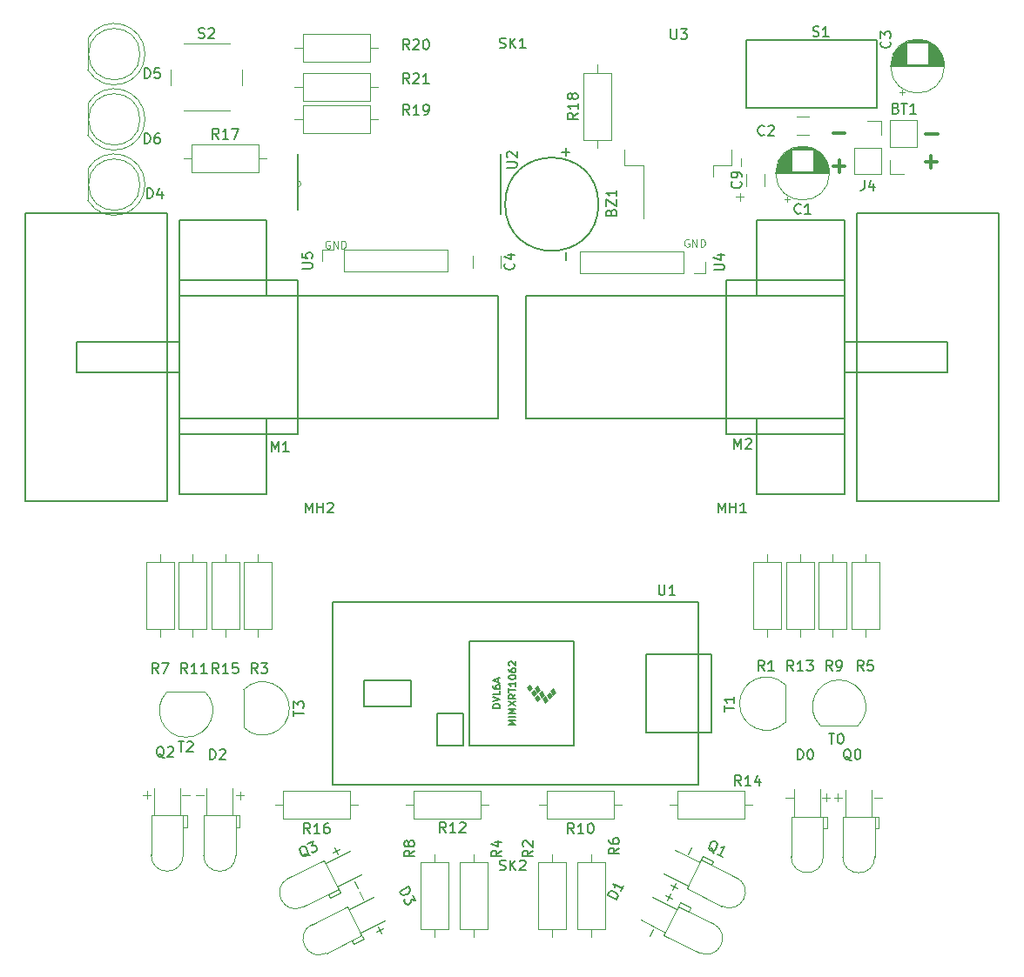
<source format=gbr>
G04 #@! TF.GenerationSoftware,KiCad,Pcbnew,(5.0.2)-1*
G04 #@! TF.CreationDate,2020-09-24T18:59:20-07:00*
G04 #@! TF.ProjectId,mouse_v2,6d6f7573-655f-4763-922e-6b696361645f,rev?*
G04 #@! TF.SameCoordinates,Original*
G04 #@! TF.FileFunction,Legend,Top*
G04 #@! TF.FilePolarity,Positive*
%FSLAX46Y46*%
G04 Gerber Fmt 4.6, Leading zero omitted, Abs format (unit mm)*
G04 Created by KiCad (PCBNEW (5.0.2)-1) date 9/24/2020 6:59:20 PM*
%MOMM*%
%LPD*%
G01*
G04 APERTURE LIST*
%ADD10C,0.100000*%
%ADD11C,0.300000*%
%ADD12C,0.120000*%
%ADD13C,0.150000*%
%ADD14C,0.152400*%
G04 APERTURE END LIST*
D10*
X182189428Y-68706952D02*
X182189428Y-67945047D01*
X181737047Y-71661328D02*
X182498952Y-71661328D01*
X182118000Y-72042280D02*
X182118000Y-71280376D01*
D11*
X200187631Y-65575642D02*
X201330488Y-65575642D01*
X200136831Y-68250262D02*
X201279688Y-68250262D01*
X200708260Y-68821691D02*
X200708260Y-67678834D01*
X191198571Y-65512142D02*
X192341428Y-65512142D01*
X191198571Y-68687142D02*
X192341428Y-68687142D01*
X191770000Y-69258571D02*
X191770000Y-68115714D01*
D10*
X177157451Y-75825000D02*
X177086022Y-75789285D01*
X176978880Y-75789285D01*
X176871737Y-75825000D01*
X176800308Y-75896428D01*
X176764594Y-75967857D01*
X176728880Y-76110714D01*
X176728880Y-76217857D01*
X176764594Y-76360714D01*
X176800308Y-76432142D01*
X176871737Y-76503571D01*
X176978880Y-76539285D01*
X177050308Y-76539285D01*
X177157451Y-76503571D01*
X177193165Y-76467857D01*
X177193165Y-76217857D01*
X177050308Y-76217857D01*
X177514594Y-76539285D02*
X177514594Y-75789285D01*
X177943165Y-76539285D01*
X177943165Y-75789285D01*
X178300308Y-76539285D02*
X178300308Y-75789285D01*
X178478880Y-75789285D01*
X178586022Y-75825000D01*
X178657451Y-75896428D01*
X178693165Y-75967857D01*
X178728880Y-76110714D01*
X178728880Y-76217857D01*
X178693165Y-76360714D01*
X178657451Y-76432142D01*
X178586022Y-76503571D01*
X178478880Y-76539285D01*
X178300308Y-76539285D01*
X142240071Y-75987560D02*
X142168642Y-75951845D01*
X142061500Y-75951845D01*
X141954357Y-75987560D01*
X141882928Y-76058988D01*
X141847214Y-76130417D01*
X141811500Y-76273274D01*
X141811500Y-76380417D01*
X141847214Y-76523274D01*
X141882928Y-76594702D01*
X141954357Y-76666131D01*
X142061500Y-76701845D01*
X142132928Y-76701845D01*
X142240071Y-76666131D01*
X142275785Y-76630417D01*
X142275785Y-76380417D01*
X142132928Y-76380417D01*
X142597214Y-76701845D02*
X142597214Y-75951845D01*
X143025785Y-76701845D01*
X143025785Y-75951845D01*
X143382928Y-76701845D02*
X143382928Y-75951845D01*
X143561500Y-75951845D01*
X143668642Y-75987560D01*
X143740071Y-76058988D01*
X143775785Y-76130417D01*
X143811500Y-76273274D01*
X143811500Y-76380417D01*
X143775785Y-76523274D01*
X143740071Y-76594702D01*
X143668642Y-76666131D01*
X143561500Y-76701845D01*
X143382928Y-76701845D01*
X186563047Y-130119428D02*
X187324952Y-130119428D01*
X133139227Y-129944168D02*
X133901132Y-129944168D01*
X133520180Y-130325120D02*
X133520180Y-129563216D01*
X129253027Y-129918768D02*
X130014932Y-129918768D01*
X190126667Y-130119428D02*
X190888572Y-130119428D01*
X190507620Y-130500380D02*
X190507620Y-129738476D01*
X195206667Y-130119428D02*
X195968572Y-130119428D01*
X191269667Y-130119428D02*
X192031572Y-130119428D01*
X191650620Y-130500380D02*
X191650620Y-129738476D01*
X146908295Y-142718343D02*
X147248256Y-143400198D01*
X146737348Y-143229251D02*
X147419203Y-142889291D01*
X145104895Y-139340143D02*
X145444856Y-140021998D01*
X175026943Y-140174398D02*
X175366904Y-139492543D01*
X175537851Y-140003451D02*
X174855996Y-139663491D01*
X173325143Y-143654198D02*
X173665104Y-142972343D01*
X177058943Y-135653198D02*
X177398904Y-134971343D01*
X175509543Y-139132998D02*
X175849504Y-138451143D01*
X176020451Y-138962051D02*
X175338596Y-138622091D01*
X144622295Y-138247943D02*
X144962256Y-138929798D01*
X142717295Y-134971343D02*
X143057256Y-135653198D01*
X142546348Y-135482251D02*
X143228203Y-135142291D01*
X127891587Y-129900988D02*
X128653492Y-129900988D01*
X124081587Y-129900988D02*
X124843492Y-129900988D01*
X124462540Y-130281940D02*
X124462540Y-129520036D01*
D12*
G04 #@! TO.C,C2*
X188852564Y-63860000D02*
X187648436Y-63860000D01*
X188852564Y-65680000D02*
X187648436Y-65680000D01*
G04 #@! TO.C,C4*
X158840000Y-77375936D02*
X158840000Y-78580064D01*
X156120000Y-77375936D02*
X156120000Y-78580064D01*
G04 #@! TO.C,C1*
X186489000Y-71916775D02*
X186989000Y-71916775D01*
X186739000Y-72166775D02*
X186739000Y-71666775D01*
X187930000Y-66761000D02*
X188498000Y-66761000D01*
X187696000Y-66801000D02*
X188732000Y-66801000D01*
X187537000Y-66841000D02*
X188891000Y-66841000D01*
X187409000Y-66881000D02*
X189019000Y-66881000D01*
X187299000Y-66921000D02*
X189129000Y-66921000D01*
X187203000Y-66961000D02*
X189225000Y-66961000D01*
X187116000Y-67001000D02*
X189312000Y-67001000D01*
X187036000Y-67041000D02*
X189392000Y-67041000D01*
X189254000Y-67081000D02*
X189465000Y-67081000D01*
X186963000Y-67081000D02*
X187174000Y-67081000D01*
X189254000Y-67121000D02*
X189533000Y-67121000D01*
X186895000Y-67121000D02*
X187174000Y-67121000D01*
X189254000Y-67161000D02*
X189597000Y-67161000D01*
X186831000Y-67161000D02*
X187174000Y-67161000D01*
X189254000Y-67201000D02*
X189657000Y-67201000D01*
X186771000Y-67201000D02*
X187174000Y-67201000D01*
X189254000Y-67241000D02*
X189714000Y-67241000D01*
X186714000Y-67241000D02*
X187174000Y-67241000D01*
X189254000Y-67281000D02*
X189768000Y-67281000D01*
X186660000Y-67281000D02*
X187174000Y-67281000D01*
X189254000Y-67321000D02*
X189819000Y-67321000D01*
X186609000Y-67321000D02*
X187174000Y-67321000D01*
X189254000Y-67361000D02*
X189867000Y-67361000D01*
X186561000Y-67361000D02*
X187174000Y-67361000D01*
X189254000Y-67401000D02*
X189913000Y-67401000D01*
X186515000Y-67401000D02*
X187174000Y-67401000D01*
X189254000Y-67441000D02*
X189957000Y-67441000D01*
X186471000Y-67441000D02*
X187174000Y-67441000D01*
X189254000Y-67481000D02*
X189999000Y-67481000D01*
X186429000Y-67481000D02*
X187174000Y-67481000D01*
X189254000Y-67521000D02*
X190040000Y-67521000D01*
X186388000Y-67521000D02*
X187174000Y-67521000D01*
X189254000Y-67561000D02*
X190078000Y-67561000D01*
X186350000Y-67561000D02*
X187174000Y-67561000D01*
X189254000Y-67601000D02*
X190115000Y-67601000D01*
X186313000Y-67601000D02*
X187174000Y-67601000D01*
X189254000Y-67641000D02*
X190151000Y-67641000D01*
X186277000Y-67641000D02*
X187174000Y-67641000D01*
X189254000Y-67681000D02*
X190185000Y-67681000D01*
X186243000Y-67681000D02*
X187174000Y-67681000D01*
X189254000Y-67721000D02*
X190218000Y-67721000D01*
X186210000Y-67721000D02*
X187174000Y-67721000D01*
X189254000Y-67761000D02*
X190249000Y-67761000D01*
X186179000Y-67761000D02*
X187174000Y-67761000D01*
X189254000Y-67801000D02*
X190279000Y-67801000D01*
X186149000Y-67801000D02*
X187174000Y-67801000D01*
X189254000Y-67841000D02*
X190309000Y-67841000D01*
X186119000Y-67841000D02*
X187174000Y-67841000D01*
X189254000Y-67881000D02*
X190336000Y-67881000D01*
X186092000Y-67881000D02*
X187174000Y-67881000D01*
X189254000Y-67921000D02*
X190363000Y-67921000D01*
X186065000Y-67921000D02*
X187174000Y-67921000D01*
X189254000Y-67961000D02*
X190389000Y-67961000D01*
X186039000Y-67961000D02*
X187174000Y-67961000D01*
X189254000Y-68001000D02*
X190414000Y-68001000D01*
X186014000Y-68001000D02*
X187174000Y-68001000D01*
X189254000Y-68041000D02*
X190438000Y-68041000D01*
X185990000Y-68041000D02*
X187174000Y-68041000D01*
X189254000Y-68081000D02*
X190461000Y-68081000D01*
X185967000Y-68081000D02*
X187174000Y-68081000D01*
X189254000Y-68121000D02*
X190482000Y-68121000D01*
X185946000Y-68121000D02*
X187174000Y-68121000D01*
X189254000Y-68161000D02*
X190504000Y-68161000D01*
X185924000Y-68161000D02*
X187174000Y-68161000D01*
X189254000Y-68201000D02*
X190524000Y-68201000D01*
X185904000Y-68201000D02*
X187174000Y-68201000D01*
X189254000Y-68241000D02*
X190543000Y-68241000D01*
X185885000Y-68241000D02*
X187174000Y-68241000D01*
X189254000Y-68281000D02*
X190562000Y-68281000D01*
X185866000Y-68281000D02*
X187174000Y-68281000D01*
X189254000Y-68321000D02*
X190579000Y-68321000D01*
X185849000Y-68321000D02*
X187174000Y-68321000D01*
X189254000Y-68361000D02*
X190596000Y-68361000D01*
X185832000Y-68361000D02*
X187174000Y-68361000D01*
X189254000Y-68401000D02*
X190612000Y-68401000D01*
X185816000Y-68401000D02*
X187174000Y-68401000D01*
X189254000Y-68441000D02*
X190628000Y-68441000D01*
X185800000Y-68441000D02*
X187174000Y-68441000D01*
X189254000Y-68481000D02*
X190642000Y-68481000D01*
X185786000Y-68481000D02*
X187174000Y-68481000D01*
X189254000Y-68521000D02*
X190656000Y-68521000D01*
X185772000Y-68521000D02*
X187174000Y-68521000D01*
X189254000Y-68561000D02*
X190669000Y-68561000D01*
X185759000Y-68561000D02*
X187174000Y-68561000D01*
X189254000Y-68601000D02*
X190682000Y-68601000D01*
X185746000Y-68601000D02*
X187174000Y-68601000D01*
X189254000Y-68641000D02*
X190694000Y-68641000D01*
X185734000Y-68641000D02*
X187174000Y-68641000D01*
X189254000Y-68682000D02*
X190705000Y-68682000D01*
X185723000Y-68682000D02*
X187174000Y-68682000D01*
X189254000Y-68722000D02*
X190715000Y-68722000D01*
X185713000Y-68722000D02*
X187174000Y-68722000D01*
X189254000Y-68762000D02*
X190725000Y-68762000D01*
X185703000Y-68762000D02*
X187174000Y-68762000D01*
X189254000Y-68802000D02*
X190734000Y-68802000D01*
X185694000Y-68802000D02*
X187174000Y-68802000D01*
X189254000Y-68842000D02*
X190742000Y-68842000D01*
X185686000Y-68842000D02*
X187174000Y-68842000D01*
X189254000Y-68882000D02*
X190750000Y-68882000D01*
X185678000Y-68882000D02*
X187174000Y-68882000D01*
X189254000Y-68922000D02*
X190757000Y-68922000D01*
X185671000Y-68922000D02*
X187174000Y-68922000D01*
X189254000Y-68962000D02*
X190764000Y-68962000D01*
X185664000Y-68962000D02*
X187174000Y-68962000D01*
X189254000Y-69002000D02*
X190770000Y-69002000D01*
X185658000Y-69002000D02*
X187174000Y-69002000D01*
X189254000Y-69042000D02*
X190775000Y-69042000D01*
X185653000Y-69042000D02*
X187174000Y-69042000D01*
X189254000Y-69082000D02*
X190779000Y-69082000D01*
X185649000Y-69082000D02*
X187174000Y-69082000D01*
X189254000Y-69122000D02*
X190783000Y-69122000D01*
X185645000Y-69122000D02*
X187174000Y-69122000D01*
X185641000Y-69162000D02*
X190787000Y-69162000D01*
X185638000Y-69202000D02*
X190790000Y-69202000D01*
X185636000Y-69242000D02*
X190792000Y-69242000D01*
X185635000Y-69282000D02*
X190793000Y-69282000D01*
X185634000Y-69322000D02*
X190794000Y-69322000D01*
X185634000Y-69362000D02*
X190794000Y-69362000D01*
X190834000Y-69362000D02*
G75*
G03X190834000Y-69362000I-2620000J0D01*
G01*
G04 #@! TO.C,C3*
X202010000Y-58948000D02*
G75*
G03X202010000Y-58948000I-2620000J0D01*
G01*
X196810000Y-58948000D02*
X201970000Y-58948000D01*
X196810000Y-58908000D02*
X201970000Y-58908000D01*
X196811000Y-58868000D02*
X201969000Y-58868000D01*
X196812000Y-58828000D02*
X201968000Y-58828000D01*
X196814000Y-58788000D02*
X201966000Y-58788000D01*
X196817000Y-58748000D02*
X201963000Y-58748000D01*
X196821000Y-58708000D02*
X198350000Y-58708000D01*
X200430000Y-58708000D02*
X201959000Y-58708000D01*
X196825000Y-58668000D02*
X198350000Y-58668000D01*
X200430000Y-58668000D02*
X201955000Y-58668000D01*
X196829000Y-58628000D02*
X198350000Y-58628000D01*
X200430000Y-58628000D02*
X201951000Y-58628000D01*
X196834000Y-58588000D02*
X198350000Y-58588000D01*
X200430000Y-58588000D02*
X201946000Y-58588000D01*
X196840000Y-58548000D02*
X198350000Y-58548000D01*
X200430000Y-58548000D02*
X201940000Y-58548000D01*
X196847000Y-58508000D02*
X198350000Y-58508000D01*
X200430000Y-58508000D02*
X201933000Y-58508000D01*
X196854000Y-58468000D02*
X198350000Y-58468000D01*
X200430000Y-58468000D02*
X201926000Y-58468000D01*
X196862000Y-58428000D02*
X198350000Y-58428000D01*
X200430000Y-58428000D02*
X201918000Y-58428000D01*
X196870000Y-58388000D02*
X198350000Y-58388000D01*
X200430000Y-58388000D02*
X201910000Y-58388000D01*
X196879000Y-58348000D02*
X198350000Y-58348000D01*
X200430000Y-58348000D02*
X201901000Y-58348000D01*
X196889000Y-58308000D02*
X198350000Y-58308000D01*
X200430000Y-58308000D02*
X201891000Y-58308000D01*
X196899000Y-58268000D02*
X198350000Y-58268000D01*
X200430000Y-58268000D02*
X201881000Y-58268000D01*
X196910000Y-58227000D02*
X198350000Y-58227000D01*
X200430000Y-58227000D02*
X201870000Y-58227000D01*
X196922000Y-58187000D02*
X198350000Y-58187000D01*
X200430000Y-58187000D02*
X201858000Y-58187000D01*
X196935000Y-58147000D02*
X198350000Y-58147000D01*
X200430000Y-58147000D02*
X201845000Y-58147000D01*
X196948000Y-58107000D02*
X198350000Y-58107000D01*
X200430000Y-58107000D02*
X201832000Y-58107000D01*
X196962000Y-58067000D02*
X198350000Y-58067000D01*
X200430000Y-58067000D02*
X201818000Y-58067000D01*
X196976000Y-58027000D02*
X198350000Y-58027000D01*
X200430000Y-58027000D02*
X201804000Y-58027000D01*
X196992000Y-57987000D02*
X198350000Y-57987000D01*
X200430000Y-57987000D02*
X201788000Y-57987000D01*
X197008000Y-57947000D02*
X198350000Y-57947000D01*
X200430000Y-57947000D02*
X201772000Y-57947000D01*
X197025000Y-57907000D02*
X198350000Y-57907000D01*
X200430000Y-57907000D02*
X201755000Y-57907000D01*
X197042000Y-57867000D02*
X198350000Y-57867000D01*
X200430000Y-57867000D02*
X201738000Y-57867000D01*
X197061000Y-57827000D02*
X198350000Y-57827000D01*
X200430000Y-57827000D02*
X201719000Y-57827000D01*
X197080000Y-57787000D02*
X198350000Y-57787000D01*
X200430000Y-57787000D02*
X201700000Y-57787000D01*
X197100000Y-57747000D02*
X198350000Y-57747000D01*
X200430000Y-57747000D02*
X201680000Y-57747000D01*
X197122000Y-57707000D02*
X198350000Y-57707000D01*
X200430000Y-57707000D02*
X201658000Y-57707000D01*
X197143000Y-57667000D02*
X198350000Y-57667000D01*
X200430000Y-57667000D02*
X201637000Y-57667000D01*
X197166000Y-57627000D02*
X198350000Y-57627000D01*
X200430000Y-57627000D02*
X201614000Y-57627000D01*
X197190000Y-57587000D02*
X198350000Y-57587000D01*
X200430000Y-57587000D02*
X201590000Y-57587000D01*
X197215000Y-57547000D02*
X198350000Y-57547000D01*
X200430000Y-57547000D02*
X201565000Y-57547000D01*
X197241000Y-57507000D02*
X198350000Y-57507000D01*
X200430000Y-57507000D02*
X201539000Y-57507000D01*
X197268000Y-57467000D02*
X198350000Y-57467000D01*
X200430000Y-57467000D02*
X201512000Y-57467000D01*
X197295000Y-57427000D02*
X198350000Y-57427000D01*
X200430000Y-57427000D02*
X201485000Y-57427000D01*
X197325000Y-57387000D02*
X198350000Y-57387000D01*
X200430000Y-57387000D02*
X201455000Y-57387000D01*
X197355000Y-57347000D02*
X198350000Y-57347000D01*
X200430000Y-57347000D02*
X201425000Y-57347000D01*
X197386000Y-57307000D02*
X198350000Y-57307000D01*
X200430000Y-57307000D02*
X201394000Y-57307000D01*
X197419000Y-57267000D02*
X198350000Y-57267000D01*
X200430000Y-57267000D02*
X201361000Y-57267000D01*
X197453000Y-57227000D02*
X198350000Y-57227000D01*
X200430000Y-57227000D02*
X201327000Y-57227000D01*
X197489000Y-57187000D02*
X198350000Y-57187000D01*
X200430000Y-57187000D02*
X201291000Y-57187000D01*
X197526000Y-57147000D02*
X198350000Y-57147000D01*
X200430000Y-57147000D02*
X201254000Y-57147000D01*
X197564000Y-57107000D02*
X198350000Y-57107000D01*
X200430000Y-57107000D02*
X201216000Y-57107000D01*
X197605000Y-57067000D02*
X198350000Y-57067000D01*
X200430000Y-57067000D02*
X201175000Y-57067000D01*
X197647000Y-57027000D02*
X198350000Y-57027000D01*
X200430000Y-57027000D02*
X201133000Y-57027000D01*
X197691000Y-56987000D02*
X198350000Y-56987000D01*
X200430000Y-56987000D02*
X201089000Y-56987000D01*
X197737000Y-56947000D02*
X198350000Y-56947000D01*
X200430000Y-56947000D02*
X201043000Y-56947000D01*
X197785000Y-56907000D02*
X198350000Y-56907000D01*
X200430000Y-56907000D02*
X200995000Y-56907000D01*
X197836000Y-56867000D02*
X198350000Y-56867000D01*
X200430000Y-56867000D02*
X200944000Y-56867000D01*
X197890000Y-56827000D02*
X198350000Y-56827000D01*
X200430000Y-56827000D02*
X200890000Y-56827000D01*
X197947000Y-56787000D02*
X198350000Y-56787000D01*
X200430000Y-56787000D02*
X200833000Y-56787000D01*
X198007000Y-56747000D02*
X198350000Y-56747000D01*
X200430000Y-56747000D02*
X200773000Y-56747000D01*
X198071000Y-56707000D02*
X198350000Y-56707000D01*
X200430000Y-56707000D02*
X200709000Y-56707000D01*
X198139000Y-56667000D02*
X198350000Y-56667000D01*
X200430000Y-56667000D02*
X200641000Y-56667000D01*
X198212000Y-56627000D02*
X200568000Y-56627000D01*
X198292000Y-56587000D02*
X200488000Y-56587000D01*
X198379000Y-56547000D02*
X200401000Y-56547000D01*
X198475000Y-56507000D02*
X200305000Y-56507000D01*
X198585000Y-56467000D02*
X200195000Y-56467000D01*
X198713000Y-56427000D02*
X200067000Y-56427000D01*
X198872000Y-56387000D02*
X199908000Y-56387000D01*
X199106000Y-56347000D02*
X199674000Y-56347000D01*
X197915000Y-61752775D02*
X197915000Y-61252775D01*
X197665000Y-61502775D02*
X198165000Y-61502775D01*
G04 #@! TO.C,T0*
X193608478Y-123123478D02*
G75*
G03X191770000Y-118685000I-1838478J1838478D01*
G01*
X189931522Y-123123478D02*
G75*
G02X191770000Y-118685000I1838478J1838478D01*
G01*
X189970000Y-123135000D02*
X193570000Y-123135000D01*
G04 #@! TO.C,T1*
X186535940Y-122790360D02*
X186535940Y-119190360D01*
X186524418Y-122828838D02*
G75*
G02X182085940Y-120990360I-1838478J1838478D01*
G01*
X186524418Y-119151882D02*
G75*
G03X182085940Y-120990360I-1838478J-1838478D01*
G01*
G04 #@! TO.C,T2*
X126431522Y-119827522D02*
G75*
G03X128270000Y-124266000I1838478J-1838478D01*
G01*
X130108478Y-119827522D02*
G75*
G02X128270000Y-124266000I-1838478J-1838478D01*
G01*
X130070000Y-119816000D02*
X126470000Y-119816000D01*
G04 #@! TO.C,T3*
X133862200Y-119662800D02*
X133862200Y-123262800D01*
X133873722Y-119624322D02*
G75*
G02X138312200Y-121462800I1838478J-1838478D01*
G01*
X133873722Y-123301278D02*
G75*
G03X138312200Y-121462800I1838478J1838478D01*
G01*
D10*
G04 #@! TO.C,U1*
G36*
X164211000Y-119873000D02*
X163957000Y-120127000D01*
X163703000Y-119746000D01*
X163957000Y-119492000D01*
X164211000Y-119873000D01*
G37*
X164211000Y-119873000D02*
X163957000Y-120127000D01*
X163703000Y-119746000D01*
X163957000Y-119492000D01*
X164211000Y-119873000D01*
G36*
X163830000Y-120254000D02*
X163576000Y-120508000D01*
X163322000Y-120127000D01*
X163576000Y-119873000D01*
X163830000Y-120254000D01*
G37*
X163830000Y-120254000D02*
X163576000Y-120508000D01*
X163322000Y-120127000D01*
X163576000Y-119873000D01*
X163830000Y-120254000D01*
G36*
X161925000Y-119492000D02*
X161671000Y-119746000D01*
X161417000Y-119365000D01*
X161671000Y-119111000D01*
X161925000Y-119492000D01*
G37*
X161925000Y-119492000D02*
X161671000Y-119746000D01*
X161417000Y-119365000D01*
X161671000Y-119111000D01*
X161925000Y-119492000D01*
G36*
X162306000Y-120000000D02*
X162052000Y-120254000D01*
X161798000Y-119873000D01*
X162052000Y-119619000D01*
X162306000Y-120000000D01*
G37*
X162306000Y-120000000D02*
X162052000Y-120254000D01*
X161798000Y-119873000D01*
X162052000Y-119619000D01*
X162306000Y-120000000D01*
G36*
X162687000Y-120508000D02*
X162433000Y-120762000D01*
X162179000Y-120381000D01*
X162433000Y-120127000D01*
X162687000Y-120508000D01*
G37*
X162687000Y-120508000D02*
X162433000Y-120762000D01*
X162179000Y-120381000D01*
X162433000Y-120127000D01*
X162687000Y-120508000D01*
G36*
X162687000Y-119619000D02*
X162433000Y-119873000D01*
X162179000Y-119492000D01*
X162433000Y-119238000D01*
X162687000Y-119619000D01*
G37*
X162687000Y-119619000D02*
X162433000Y-119873000D01*
X162179000Y-119492000D01*
X162433000Y-119238000D01*
X162687000Y-119619000D01*
G36*
X163068000Y-120127000D02*
X162814000Y-120381000D01*
X162560000Y-120000000D01*
X162814000Y-119746000D01*
X163068000Y-120127000D01*
G37*
X163068000Y-120127000D02*
X162814000Y-120381000D01*
X162560000Y-120000000D01*
X162814000Y-119746000D01*
X163068000Y-120127000D01*
G36*
X163449000Y-120635000D02*
X163195000Y-120889000D01*
X162941000Y-120508000D01*
X163195000Y-120254000D01*
X163449000Y-120635000D01*
G37*
X163449000Y-120635000D02*
X163195000Y-120889000D01*
X162941000Y-120508000D01*
X163195000Y-120254000D01*
X163449000Y-120635000D01*
D13*
X155194000Y-121905000D02*
X155194000Y-125080000D01*
X152654000Y-121905000D02*
X155194000Y-121905000D01*
X152654000Y-125080000D02*
X152654000Y-121905000D01*
X155194000Y-125080000D02*
X152654000Y-125080000D01*
X178054000Y-111110000D02*
X178054000Y-128890000D01*
X142494000Y-111110000D02*
X178054000Y-111110000D01*
X142494000Y-128890000D02*
X142494000Y-111110000D01*
X178054000Y-128890000D02*
X142494000Y-128890000D01*
X155829000Y-114920000D02*
X165989000Y-114920000D01*
X155829000Y-125080000D02*
X165989000Y-125080000D01*
X165989000Y-125080000D02*
X165989000Y-114920000D01*
X155829000Y-114920000D02*
X155829000Y-125080000D01*
X150114000Y-121270000D02*
X145542000Y-121270000D01*
X150114000Y-118730000D02*
X150114000Y-121270000D01*
X145542000Y-118730000D02*
X150114000Y-118730000D01*
X145542000Y-121270000D02*
X145542000Y-118730000D01*
X172974000Y-116190000D02*
X178054000Y-116190000D01*
X172974000Y-123810000D02*
X178054000Y-123810000D01*
X172974000Y-116190000D02*
X172974000Y-123810000D01*
X179324000Y-123810000D02*
X178054000Y-123810000D01*
X179324000Y-116190000D02*
X179324000Y-123810000D01*
X178054000Y-116190000D02*
X179324000Y-116190000D01*
G04 #@! TO.C,S1*
X182704000Y-62990000D02*
X195404000Y-62990000D01*
X182704000Y-56390000D02*
X195404000Y-56390000D01*
X182704000Y-56390000D02*
X182704000Y-62990000D01*
X195404000Y-62990000D02*
X195404000Y-56390000D01*
D12*
G04 #@! TO.C,D4*
X118725000Y-68940000D02*
X118725000Y-72030000D01*
X123785000Y-70485000D02*
G75*
G03X123785000Y-70485000I-2500000J0D01*
G01*
X124275000Y-70485462D02*
G75*
G03X118725000Y-68940170I-2990000J462D01*
G01*
X124275000Y-70484538D02*
G75*
G02X118725000Y-72029830I-2990000J-462D01*
G01*
G04 #@! TO.C,D6*
X123785000Y-64135000D02*
G75*
G03X123785000Y-64135000I-2500000J0D01*
G01*
X118725000Y-62590000D02*
X118725000Y-65680000D01*
X124275000Y-64134538D02*
G75*
G02X118725000Y-65679830I-2990000J-462D01*
G01*
X124275000Y-64135462D02*
G75*
G03X118725000Y-62590170I-2990000J462D01*
G01*
G04 #@! TO.C,D5*
X118725000Y-56240000D02*
X118725000Y-59330000D01*
X123785000Y-57785000D02*
G75*
G03X123785000Y-57785000I-2500000J0D01*
G01*
X124275000Y-57785462D02*
G75*
G03X118725000Y-56240170I-2990000J462D01*
G01*
X124275000Y-57784538D02*
G75*
G02X118725000Y-59329830I-2990000J-462D01*
G01*
G04 #@! TO.C,R21*
X139605000Y-59590000D02*
X139605000Y-62330000D01*
X139605000Y-62330000D02*
X146145000Y-62330000D01*
X146145000Y-62330000D02*
X146145000Y-59590000D01*
X146145000Y-59590000D02*
X139605000Y-59590000D01*
X138835000Y-60960000D02*
X139605000Y-60960000D01*
X146915000Y-60960000D02*
X146145000Y-60960000D01*
G04 #@! TO.C,R20*
X146915000Y-57150000D02*
X146145000Y-57150000D01*
X138835000Y-57150000D02*
X139605000Y-57150000D01*
X146145000Y-55780000D02*
X139605000Y-55780000D01*
X146145000Y-58520000D02*
X146145000Y-55780000D01*
X139605000Y-58520000D02*
X146145000Y-58520000D01*
X139605000Y-55780000D02*
X139605000Y-58520000D01*
G04 #@! TO.C,R19*
X139605000Y-62765000D02*
X139605000Y-65505000D01*
X139605000Y-65505000D02*
X146145000Y-65505000D01*
X146145000Y-65505000D02*
X146145000Y-62765000D01*
X146145000Y-62765000D02*
X139605000Y-62765000D01*
X138835000Y-64135000D02*
X139605000Y-64135000D01*
X146915000Y-64135000D02*
X146145000Y-64135000D01*
G04 #@! TO.C,R18*
X168275000Y-58825000D02*
X168275000Y-59595000D01*
X168275000Y-66905000D02*
X168275000Y-66135000D01*
X166905000Y-59595000D02*
X166905000Y-66135000D01*
X169645000Y-59595000D02*
X166905000Y-59595000D01*
X169645000Y-66135000D02*
X169645000Y-59595000D01*
X166905000Y-66135000D02*
X169645000Y-66135000D01*
D13*
G04 #@! TO.C,BZ1*
X168365416Y-72390000D02*
G75*
G03X168365416Y-72390000I-4535416J0D01*
G01*
D12*
G04 #@! TO.C,C9*
X184552000Y-70638424D02*
X184552000Y-69434296D01*
X182732000Y-70638424D02*
X182732000Y-69434296D01*
G04 #@! TO.C,S2*
X133750000Y-60785000D02*
X133750000Y-59285000D01*
X132500000Y-56785000D02*
X128000000Y-56785000D01*
X126750000Y-59285000D02*
X126750000Y-60785000D01*
X128000000Y-63285000D02*
X132500000Y-63285000D01*
G04 #@! TO.C,U3*
X179505980Y-68616620D02*
X179505980Y-69716620D01*
X181315980Y-68616620D02*
X179505980Y-68616620D01*
X181315980Y-67116620D02*
X181315980Y-68616620D01*
X172725980Y-68616620D02*
X172725980Y-73741620D01*
X170915980Y-68616620D02*
X172725980Y-68616620D01*
X170915980Y-67116620D02*
X170915980Y-68616620D01*
G04 #@! TO.C,R11*
X128905000Y-106450000D02*
X128905000Y-107220000D01*
X128905000Y-114530000D02*
X128905000Y-113760000D01*
X127535000Y-107220000D02*
X127535000Y-113760000D01*
X130275000Y-107220000D02*
X127535000Y-107220000D01*
X130275000Y-113760000D02*
X130275000Y-107220000D01*
X127535000Y-113760000D02*
X130275000Y-113760000D01*
G04 #@! TO.C,R4*
X157580000Y-136430000D02*
X154840000Y-136430000D01*
X154840000Y-136430000D02*
X154840000Y-142970000D01*
X154840000Y-142970000D02*
X157580000Y-142970000D01*
X157580000Y-142970000D02*
X157580000Y-136430000D01*
X156210000Y-135660000D02*
X156210000Y-136430000D01*
X156210000Y-143740000D02*
X156210000Y-142970000D01*
G04 #@! TO.C,R1*
X184785000Y-114530000D02*
X184785000Y-113760000D01*
X184785000Y-106450000D02*
X184785000Y-107220000D01*
X186155000Y-113760000D02*
X186155000Y-107220000D01*
X183415000Y-113760000D02*
X186155000Y-113760000D01*
X183415000Y-107220000D02*
X183415000Y-113760000D01*
X186155000Y-107220000D02*
X183415000Y-107220000D01*
G04 #@! TO.C,R3*
X136625000Y-107220000D02*
X133885000Y-107220000D01*
X133885000Y-107220000D02*
X133885000Y-113760000D01*
X133885000Y-113760000D02*
X136625000Y-113760000D01*
X136625000Y-113760000D02*
X136625000Y-107220000D01*
X135255000Y-106450000D02*
X135255000Y-107220000D01*
X135255000Y-114530000D02*
X135255000Y-113760000D01*
G04 #@! TO.C,R17*
X136120000Y-67945000D02*
X135350000Y-67945000D01*
X128040000Y-67945000D02*
X128810000Y-67945000D01*
X135350000Y-66575000D02*
X128810000Y-66575000D01*
X135350000Y-69315000D02*
X135350000Y-66575000D01*
X128810000Y-69315000D02*
X135350000Y-69315000D01*
X128810000Y-66575000D02*
X128810000Y-69315000D01*
G04 #@! TO.C,R16*
X144240000Y-132180000D02*
X144240000Y-129440000D01*
X144240000Y-129440000D02*
X137700000Y-129440000D01*
X137700000Y-129440000D02*
X137700000Y-132180000D01*
X137700000Y-132180000D02*
X144240000Y-132180000D01*
X145010000Y-130810000D02*
X144240000Y-130810000D01*
X136930000Y-130810000D02*
X137700000Y-130810000D01*
G04 #@! TO.C,R2*
X163830000Y-143740000D02*
X163830000Y-142970000D01*
X163830000Y-135660000D02*
X163830000Y-136430000D01*
X165200000Y-142970000D02*
X165200000Y-136430000D01*
X162460000Y-142970000D02*
X165200000Y-142970000D01*
X162460000Y-136430000D02*
X162460000Y-142970000D01*
X165200000Y-136430000D02*
X162460000Y-136430000D01*
G04 #@! TO.C,R15*
X133450000Y-107220000D02*
X130710000Y-107220000D01*
X130710000Y-107220000D02*
X130710000Y-113760000D01*
X130710000Y-113760000D02*
X133450000Y-113760000D01*
X133450000Y-113760000D02*
X133450000Y-107220000D01*
X132080000Y-106450000D02*
X132080000Y-107220000D01*
X132080000Y-114530000D02*
X132080000Y-113760000D01*
G04 #@! TO.C,R14*
X183364000Y-130810000D02*
X182594000Y-130810000D01*
X175284000Y-130810000D02*
X176054000Y-130810000D01*
X182594000Y-129440000D02*
X176054000Y-129440000D01*
X182594000Y-132180000D02*
X182594000Y-129440000D01*
X176054000Y-132180000D02*
X182594000Y-132180000D01*
X176054000Y-129440000D02*
X176054000Y-132180000D01*
G04 #@! TO.C,R10*
X169894000Y-132180000D02*
X169894000Y-129440000D01*
X169894000Y-129440000D02*
X163354000Y-129440000D01*
X163354000Y-129440000D02*
X163354000Y-132180000D01*
X163354000Y-132180000D02*
X169894000Y-132180000D01*
X170664000Y-130810000D02*
X169894000Y-130810000D01*
X162584000Y-130810000D02*
X163354000Y-130810000D01*
G04 #@! TO.C,R9*
X191135000Y-106450000D02*
X191135000Y-107220000D01*
X191135000Y-114530000D02*
X191135000Y-113760000D01*
X189765000Y-107220000D02*
X189765000Y-113760000D01*
X192505000Y-107220000D02*
X189765000Y-107220000D01*
X192505000Y-113760000D02*
X192505000Y-107220000D01*
X189765000Y-113760000D02*
X192505000Y-113760000D01*
G04 #@! TO.C,R8*
X151030000Y-142970000D02*
X153770000Y-142970000D01*
X153770000Y-142970000D02*
X153770000Y-136430000D01*
X153770000Y-136430000D02*
X151030000Y-136430000D01*
X151030000Y-136430000D02*
X151030000Y-142970000D01*
X152400000Y-143740000D02*
X152400000Y-142970000D01*
X152400000Y-135660000D02*
X152400000Y-136430000D01*
G04 #@! TO.C,R7*
X125730000Y-114530000D02*
X125730000Y-113760000D01*
X125730000Y-106450000D02*
X125730000Y-107220000D01*
X127100000Y-113760000D02*
X127100000Y-107220000D01*
X124360000Y-113760000D02*
X127100000Y-113760000D01*
X124360000Y-107220000D02*
X124360000Y-113760000D01*
X127100000Y-107220000D02*
X124360000Y-107220000D01*
G04 #@! TO.C,R6*
X166270000Y-142970000D02*
X169010000Y-142970000D01*
X169010000Y-142970000D02*
X169010000Y-136430000D01*
X169010000Y-136430000D02*
X166270000Y-136430000D01*
X166270000Y-136430000D02*
X166270000Y-142970000D01*
X167640000Y-143740000D02*
X167640000Y-142970000D01*
X167640000Y-135660000D02*
X167640000Y-136430000D01*
G04 #@! TO.C,R5*
X194310000Y-114530000D02*
X194310000Y-113760000D01*
X194310000Y-106450000D02*
X194310000Y-107220000D01*
X195680000Y-113760000D02*
X195680000Y-107220000D01*
X192940000Y-113760000D02*
X195680000Y-113760000D01*
X192940000Y-107220000D02*
X192940000Y-113760000D01*
X195680000Y-107220000D02*
X192940000Y-107220000D01*
G04 #@! TO.C,R13*
X189330000Y-107220000D02*
X186590000Y-107220000D01*
X186590000Y-107220000D02*
X186590000Y-113760000D01*
X186590000Y-113760000D02*
X189330000Y-113760000D01*
X189330000Y-113760000D02*
X189330000Y-107220000D01*
X187960000Y-106450000D02*
X187960000Y-107220000D01*
X187960000Y-114530000D02*
X187960000Y-113760000D01*
G04 #@! TO.C,R12*
X157710000Y-130810000D02*
X156940000Y-130810000D01*
X149630000Y-130810000D02*
X150400000Y-130810000D01*
X156940000Y-129440000D02*
X150400000Y-129440000D01*
X156940000Y-132180000D02*
X156940000Y-129440000D01*
X150400000Y-132180000D02*
X156940000Y-132180000D01*
X150400000Y-129440000D02*
X150400000Y-132180000D01*
G04 #@! TO.C,Q2*
X127700529Y-129205605D02*
X127700529Y-129205605D01*
X127700529Y-131875605D02*
X127700529Y-129205605D01*
X127700529Y-131875605D02*
X127700529Y-131875605D01*
X127700529Y-129205605D02*
X127700529Y-131875605D01*
X125160529Y-129205605D02*
X125160529Y-129205605D01*
X125160529Y-131875605D02*
X125160529Y-129205605D01*
X125160529Y-131875605D02*
X125160529Y-131875605D01*
X125160529Y-129205605D02*
X125160529Y-131875605D01*
X127990529Y-131875605D02*
X128390529Y-131875605D01*
X127990529Y-132995605D02*
X127990529Y-131875605D01*
X128390529Y-132995605D02*
X127990529Y-132995605D01*
X128390529Y-131875605D02*
X128390529Y-132995605D01*
X124870529Y-131875605D02*
X127990529Y-131875605D01*
X127990529Y-131875605D02*
X127990529Y-135735605D01*
X124870529Y-131875605D02*
X124870529Y-135735605D01*
X127990529Y-135735605D02*
G75*
G02X124870529Y-135735605I-1560000J0D01*
G01*
G04 #@! TO.C,D0*
X187106120Y-132020000D02*
X187106120Y-135880000D01*
X190226120Y-132020000D02*
X190226120Y-135880000D01*
X187106120Y-132020000D02*
X190226120Y-132020000D01*
X190626120Y-132020000D02*
X190626120Y-133140000D01*
X190626120Y-133140000D02*
X190226120Y-133140000D01*
X190226120Y-133140000D02*
X190226120Y-132020000D01*
X190226120Y-132020000D02*
X190626120Y-132020000D01*
X187396120Y-129350000D02*
X187396120Y-132020000D01*
X187396120Y-132020000D02*
X187396120Y-132020000D01*
X187396120Y-132020000D02*
X187396120Y-129350000D01*
X187396120Y-129350000D02*
X187396120Y-129350000D01*
X189936120Y-129350000D02*
X189936120Y-132020000D01*
X189936120Y-132020000D02*
X189936120Y-132020000D01*
X189936120Y-132020000D02*
X189936120Y-129350000D01*
X189936120Y-129350000D02*
X189936120Y-129350000D01*
X190226120Y-135880000D02*
G75*
G02X187106120Y-135880000I-1560000J0D01*
G01*
G04 #@! TO.C,Q1*
X176949906Y-138991173D02*
X180404353Y-140713496D01*
X178342044Y-136198978D02*
X181796490Y-137921301D01*
X176949906Y-138991173D02*
X178342044Y-136198978D01*
X178520523Y-135841004D02*
X179522849Y-136340745D01*
X179522849Y-136340745D02*
X179344370Y-136698719D01*
X179344370Y-136698719D02*
X178342044Y-136198978D01*
X178342044Y-136198978D02*
X178520523Y-135841004D01*
X174689829Y-137540294D02*
X177079304Y-138731642D01*
X177079304Y-138731642D02*
X177079304Y-138731642D01*
X177079304Y-138731642D02*
X174689829Y-137540294D01*
X174689829Y-137540294D02*
X174689829Y-137540294D01*
X175823172Y-135267159D02*
X178212647Y-136458509D01*
X178212647Y-136458509D02*
X178212647Y-136458509D01*
X178212647Y-136458509D02*
X175823172Y-135267159D01*
X175823172Y-135267159D02*
X175823172Y-135267159D01*
X181796491Y-137921302D02*
G75*
G02X180404353Y-140713496I-696069J-1396097D01*
G01*
G04 #@! TO.C,BT1*
X198038720Y-69432480D02*
X196708720Y-69432480D01*
X196708720Y-69432480D02*
X196708720Y-68102480D01*
X196708720Y-66832480D02*
X196708720Y-64232480D01*
X199368720Y-64232480D02*
X196708720Y-64232480D01*
X199368720Y-66832480D02*
X199368720Y-64232480D01*
X199368720Y-66832480D02*
X196708720Y-66832480D01*
G04 #@! TO.C,D1*
X173600672Y-139775659D02*
X173600672Y-139775659D01*
X175990147Y-140967009D02*
X173600672Y-139775659D01*
X175990147Y-140967009D02*
X175990147Y-140967009D01*
X173600672Y-139775659D02*
X175990147Y-140967009D01*
X172467329Y-142048794D02*
X172467329Y-142048794D01*
X174856804Y-143240142D02*
X172467329Y-142048794D01*
X174856804Y-143240142D02*
X174856804Y-143240142D01*
X172467329Y-142048794D02*
X174856804Y-143240142D01*
X176119544Y-140707478D02*
X176298023Y-140349504D01*
X177121870Y-141207219D02*
X176119544Y-140707478D01*
X177300349Y-140849245D02*
X177121870Y-141207219D01*
X176298023Y-140349504D02*
X177300349Y-140849245D01*
X174727406Y-143499673D02*
X176119544Y-140707478D01*
X176119544Y-140707478D02*
X179573990Y-142429801D01*
X174727406Y-143499673D02*
X178181853Y-145221996D01*
X179573991Y-142429802D02*
G75*
G02X178181853Y-145221996I-696069J-1396097D01*
G01*
G04 #@! TO.C,D2*
X129978980Y-131882840D02*
X129978980Y-135742840D01*
X133098980Y-131882840D02*
X133098980Y-135742840D01*
X129978980Y-131882840D02*
X133098980Y-131882840D01*
X133498980Y-131882840D02*
X133498980Y-133002840D01*
X133498980Y-133002840D02*
X133098980Y-133002840D01*
X133098980Y-133002840D02*
X133098980Y-131882840D01*
X133098980Y-131882840D02*
X133498980Y-131882840D01*
X130268980Y-129212840D02*
X130268980Y-131882840D01*
X130268980Y-131882840D02*
X130268980Y-131882840D01*
X130268980Y-131882840D02*
X130268980Y-129212840D01*
X130268980Y-129212840D02*
X130268980Y-129212840D01*
X132808980Y-129212840D02*
X132808980Y-131882840D01*
X132808980Y-131882840D02*
X132808980Y-131882840D01*
X132808980Y-131882840D02*
X132808980Y-129212840D01*
X132808980Y-129212840D02*
X132808980Y-129212840D01*
X133098980Y-135742840D02*
G75*
G02X129978980Y-135742840I-1560000J0D01*
G01*
G04 #@! TO.C,D3*
X147613813Y-142099427D02*
X147613813Y-142099427D01*
X145224339Y-143290775D02*
X147613813Y-142099427D01*
X145224339Y-143290775D02*
X145224339Y-143290775D01*
X147613813Y-142099427D02*
X145224339Y-143290775D01*
X146480471Y-139826294D02*
X146480471Y-139826294D01*
X144090996Y-141017642D02*
X146480471Y-139826294D01*
X144090996Y-141017642D02*
X144090996Y-141017642D01*
X146480471Y-139826294D02*
X144090996Y-141017642D01*
X145353736Y-143550306D02*
X145532215Y-143908280D01*
X144351409Y-144050048D02*
X145353736Y-143550306D01*
X144529889Y-144408021D02*
X144351409Y-144050048D01*
X145532215Y-143908280D02*
X144529889Y-144408021D01*
X143961599Y-140758111D02*
X145353736Y-143550306D01*
X145353736Y-143550306D02*
X141899289Y-145272630D01*
X143961599Y-140758111D02*
X140507152Y-142480434D01*
X141899290Y-145272630D02*
G75*
G02X140507152Y-142480434I-696069J1396098D01*
G01*
G04 #@! TO.C,Q0*
X194949297Y-129365645D02*
X194949297Y-129365645D01*
X194949297Y-132035645D02*
X194949297Y-129365645D01*
X194949297Y-132035645D02*
X194949297Y-132035645D01*
X194949297Y-129365645D02*
X194949297Y-132035645D01*
X192409297Y-129365645D02*
X192409297Y-129365645D01*
X192409297Y-132035645D02*
X192409297Y-129365645D01*
X192409297Y-132035645D02*
X192409297Y-132035645D01*
X192409297Y-129365645D02*
X192409297Y-132035645D01*
X195239297Y-132035645D02*
X195639297Y-132035645D01*
X195239297Y-133155645D02*
X195239297Y-132035645D01*
X195639297Y-133155645D02*
X195239297Y-133155645D01*
X195639297Y-132035645D02*
X195639297Y-133155645D01*
X192119297Y-132035645D02*
X195239297Y-132035645D01*
X195239297Y-132035645D02*
X195239297Y-135895645D01*
X192119297Y-132035645D02*
X192119297Y-135895645D01*
X195239297Y-135895645D02*
G75*
G02X192119297Y-135895645I-1560000J0D01*
G01*
G04 #@! TO.C,Q3*
X141685258Y-136262477D02*
X138230809Y-137984802D01*
X143077393Y-139054673D02*
X139622947Y-140776997D01*
X141685258Y-136262477D02*
X143077393Y-139054673D01*
X143255873Y-139412647D02*
X142253547Y-139912388D01*
X142253547Y-139912388D02*
X142075067Y-139554415D01*
X142075067Y-139554415D02*
X143077393Y-139054673D01*
X143077393Y-139054673D02*
X143255873Y-139412647D01*
X144204129Y-135330661D02*
X141814654Y-136522009D01*
X141814654Y-136522009D02*
X141814654Y-136522009D01*
X141814654Y-136522009D02*
X144204129Y-135330661D01*
X144204129Y-135330661D02*
X144204129Y-135330661D01*
X145337471Y-137603794D02*
X142947997Y-138795142D01*
X142947997Y-138795142D02*
X142947997Y-138795142D01*
X142947997Y-138795142D02*
X145337471Y-137603794D01*
X145337471Y-137603794D02*
X145337471Y-137603794D01*
X139622949Y-140776996D02*
G75*
G02X138230809Y-137984802I-696070J1396097D01*
G01*
D14*
G04 #@! TO.C,U2*
X139133580Y-70708520D02*
X139133580Y-72892920D01*
X139133580Y-70098920D02*
X139133580Y-70708520D01*
X139133580Y-67482720D02*
X139133580Y-70098920D01*
X158843980Y-73324720D02*
X158843980Y-67482720D01*
D10*
X139133580Y-70098920D02*
G75*
G02X139133580Y-70708520I0J-304800D01*
G01*
D13*
G04 #@! TO.C,M1*
X158623000Y-87274400D02*
X158623000Y-93274400D01*
X158623000Y-87274400D02*
X158623000Y-81274400D01*
X158623000Y-81274400D02*
X127623000Y-81274400D01*
X158623000Y-93274400D02*
X127623000Y-93274400D01*
X127623000Y-81274400D02*
X127623000Y-85774400D01*
X127623000Y-93274400D02*
X127623000Y-88774400D01*
X127623000Y-85774400D02*
X117623000Y-85774400D01*
X127623000Y-88774400D02*
X117623000Y-88774400D01*
X117623000Y-85774400D02*
X117623000Y-88774400D01*
X126423000Y-87274400D02*
X126423000Y-73274400D01*
X126423000Y-87274400D02*
X126423000Y-101274400D01*
X126423000Y-73274400D02*
X112623000Y-73274400D01*
X126423000Y-101274400D02*
X112623000Y-101274400D01*
X112623000Y-73274400D02*
X112623000Y-101274400D01*
X136123000Y-93274400D02*
X136123000Y-100574400D01*
X136123000Y-81274400D02*
X136123000Y-73974400D01*
X127623000Y-87274400D02*
X127623000Y-100574400D01*
X127623000Y-87274400D02*
X127623000Y-73974400D01*
X127623000Y-73974400D02*
X136123000Y-73974400D01*
X127623000Y-100574400D02*
X136123000Y-100574400D01*
X139123000Y-87274400D02*
X139123000Y-94774400D01*
X139123000Y-87274400D02*
X139123000Y-79774400D01*
X127623000Y-79774400D02*
X139123000Y-79774400D01*
X127623000Y-94774400D02*
X139123000Y-94774400D01*
G04 #@! TO.C,M2*
X161290000Y-87274400D02*
X161290000Y-81274400D01*
X161290000Y-87274400D02*
X161290000Y-93274400D01*
X161290000Y-93274400D02*
X192290000Y-93274400D01*
X161290000Y-81274400D02*
X192290000Y-81274400D01*
X192290000Y-93274400D02*
X192290000Y-88774400D01*
X192290000Y-81274400D02*
X192290000Y-85774400D01*
X192290000Y-88774400D02*
X202290000Y-88774400D01*
X192290000Y-85774400D02*
X202290000Y-85774400D01*
X202290000Y-88774400D02*
X202290000Y-85774400D01*
X193490000Y-87274400D02*
X193490000Y-101274400D01*
X193490000Y-87274400D02*
X193490000Y-73274400D01*
X193490000Y-101274400D02*
X207290000Y-101274400D01*
X193490000Y-73274400D02*
X207290000Y-73274400D01*
X207290000Y-101274400D02*
X207290000Y-73274400D01*
X183790000Y-81274400D02*
X183790000Y-73974400D01*
X183790000Y-93274400D02*
X183790000Y-100574400D01*
X192290000Y-87274400D02*
X192290000Y-73974400D01*
X192290000Y-87274400D02*
X192290000Y-100574400D01*
X192290000Y-100574400D02*
X183790000Y-100574400D01*
X192290000Y-73974400D02*
X183790000Y-73974400D01*
X180790000Y-87274400D02*
X180790000Y-79774400D01*
X180790000Y-87274400D02*
X180790000Y-94774400D01*
X192290000Y-94774400D02*
X180790000Y-94774400D01*
X192290000Y-79774400D02*
X180790000Y-79774400D01*
D12*
G04 #@! TO.C,J4*
X194533520Y-64283280D02*
X195863520Y-64283280D01*
X195863520Y-64283280D02*
X195863520Y-65613280D01*
X195863520Y-66883280D02*
X195863520Y-69483280D01*
X193203520Y-69483280D02*
X195863520Y-69483280D01*
X193203520Y-66883280D02*
X193203520Y-69483280D01*
X193203520Y-66883280D02*
X195863520Y-66883280D01*
G04 #@! TO.C,U4*
X176655240Y-76978960D02*
X176655240Y-79098960D01*
X176655240Y-76978960D02*
X166595240Y-76978960D01*
X166595240Y-76978960D02*
X166595240Y-79098960D01*
X176655240Y-79098960D02*
X166595240Y-79098960D01*
X178715240Y-79098960D02*
X177655240Y-79098960D01*
X178715240Y-78038960D02*
X178715240Y-79098960D01*
G04 #@! TO.C,U5*
X141535600Y-77901800D02*
X141535600Y-76841800D01*
X141535600Y-76841800D02*
X142595600Y-76841800D01*
X143595600Y-76841800D02*
X153655600Y-76841800D01*
X153655600Y-78961800D02*
X153655600Y-76841800D01*
X143595600Y-78961800D02*
X153655600Y-78961800D01*
X143595600Y-78961800D02*
X143595600Y-76841800D01*
G04 #@! TO.C,C2*
D13*
X184491333Y-65635142D02*
X184443714Y-65682761D01*
X184300857Y-65730380D01*
X184205619Y-65730380D01*
X184062761Y-65682761D01*
X183967523Y-65587523D01*
X183919904Y-65492285D01*
X183872285Y-65301809D01*
X183872285Y-65158952D01*
X183919904Y-64968476D01*
X183967523Y-64873238D01*
X184062761Y-64778000D01*
X184205619Y-64730380D01*
X184300857Y-64730380D01*
X184443714Y-64778000D01*
X184491333Y-64825619D01*
X184872285Y-64825619D02*
X184919904Y-64778000D01*
X185015142Y-64730380D01*
X185253238Y-64730380D01*
X185348476Y-64778000D01*
X185396095Y-64825619D01*
X185443714Y-64920857D01*
X185443714Y-65016095D01*
X185396095Y-65158952D01*
X184824666Y-65730380D01*
X185443714Y-65730380D01*
G04 #@! TO.C,C4*
X160117142Y-78144666D02*
X160164761Y-78192285D01*
X160212380Y-78335142D01*
X160212380Y-78430380D01*
X160164761Y-78573238D01*
X160069523Y-78668476D01*
X159974285Y-78716095D01*
X159783809Y-78763714D01*
X159640952Y-78763714D01*
X159450476Y-78716095D01*
X159355238Y-78668476D01*
X159260000Y-78573238D01*
X159212380Y-78430380D01*
X159212380Y-78335142D01*
X159260000Y-78192285D01*
X159307619Y-78144666D01*
X159545714Y-77287523D02*
X160212380Y-77287523D01*
X159164761Y-77525619D02*
X159879047Y-77763714D01*
X159879047Y-77144666D01*
G04 #@! TO.C,C1*
X188047333Y-73255142D02*
X187999714Y-73302761D01*
X187856857Y-73350380D01*
X187761619Y-73350380D01*
X187618761Y-73302761D01*
X187523523Y-73207523D01*
X187475904Y-73112285D01*
X187428285Y-72921809D01*
X187428285Y-72778952D01*
X187475904Y-72588476D01*
X187523523Y-72493238D01*
X187618761Y-72398000D01*
X187761619Y-72350380D01*
X187856857Y-72350380D01*
X187999714Y-72398000D01*
X188047333Y-72445619D01*
X188999714Y-73350380D02*
X188428285Y-73350380D01*
X188714000Y-73350380D02*
X188714000Y-72350380D01*
X188618761Y-72493238D01*
X188523523Y-72588476D01*
X188428285Y-72636095D01*
G04 #@! TO.C,C3*
X196699142Y-56554666D02*
X196746761Y-56602285D01*
X196794380Y-56745142D01*
X196794380Y-56840380D01*
X196746761Y-56983238D01*
X196651523Y-57078476D01*
X196556285Y-57126095D01*
X196365809Y-57173714D01*
X196222952Y-57173714D01*
X196032476Y-57126095D01*
X195937238Y-57078476D01*
X195842000Y-56983238D01*
X195794380Y-56840380D01*
X195794380Y-56745142D01*
X195842000Y-56602285D01*
X195889619Y-56554666D01*
X195794380Y-56221333D02*
X195794380Y-55602285D01*
X196175333Y-55935619D01*
X196175333Y-55792761D01*
X196222952Y-55697523D01*
X196270571Y-55649904D01*
X196365809Y-55602285D01*
X196603904Y-55602285D01*
X196699142Y-55649904D01*
X196746761Y-55697523D01*
X196794380Y-55792761D01*
X196794380Y-56078476D01*
X196746761Y-56173714D01*
X196699142Y-56221333D01*
G04 #@! TO.C,T0*
X190754095Y-123912380D02*
X191325523Y-123912380D01*
X191039809Y-124912380D02*
X191039809Y-123912380D01*
X191849333Y-123912380D02*
X191944571Y-123912380D01*
X192039809Y-123960000D01*
X192087428Y-124007619D01*
X192135047Y-124102857D01*
X192182666Y-124293333D01*
X192182666Y-124531428D01*
X192135047Y-124721904D01*
X192087428Y-124817142D01*
X192039809Y-124864761D01*
X191944571Y-124912380D01*
X191849333Y-124912380D01*
X191754095Y-124864761D01*
X191706476Y-124817142D01*
X191658857Y-124721904D01*
X191611238Y-124531428D01*
X191611238Y-124293333D01*
X191658857Y-124102857D01*
X191706476Y-124007619D01*
X191754095Y-123960000D01*
X191849333Y-123912380D01*
G04 #@! TO.C,T1*
X180578320Y-121752264D02*
X180578320Y-121180836D01*
X181578320Y-121466550D02*
X180578320Y-121466550D01*
X181578320Y-120323693D02*
X181578320Y-120895121D01*
X181578320Y-120609407D02*
X180578320Y-120609407D01*
X180721178Y-120704645D01*
X180816416Y-120799883D01*
X180864035Y-120895121D01*
G04 #@! TO.C,T2*
X127508095Y-124678380D02*
X128079523Y-124678380D01*
X127793809Y-125678380D02*
X127793809Y-124678380D01*
X128365238Y-124773619D02*
X128412857Y-124726000D01*
X128508095Y-124678380D01*
X128746190Y-124678380D01*
X128841428Y-124726000D01*
X128889047Y-124773619D01*
X128936666Y-124868857D01*
X128936666Y-124964095D01*
X128889047Y-125106952D01*
X128317619Y-125678380D01*
X128936666Y-125678380D01*
G04 #@! TO.C,T3*
X138724580Y-122224704D02*
X138724580Y-121653276D01*
X139724580Y-121938990D02*
X138724580Y-121938990D01*
X138724580Y-121415180D02*
X138724580Y-120796133D01*
X139105533Y-121129466D01*
X139105533Y-120986609D01*
X139153152Y-120891371D01*
X139200771Y-120843752D01*
X139296009Y-120796133D01*
X139534104Y-120796133D01*
X139629342Y-120843752D01*
X139676961Y-120891371D01*
X139724580Y-120986609D01*
X139724580Y-121272323D01*
X139676961Y-121367561D01*
X139629342Y-121415180D01*
G04 #@! TO.C,U1*
X174244095Y-109434380D02*
X174244095Y-110243904D01*
X174291714Y-110339142D01*
X174339333Y-110386761D01*
X174434571Y-110434380D01*
X174625047Y-110434380D01*
X174720285Y-110386761D01*
X174767904Y-110339142D01*
X174815523Y-110243904D01*
X174815523Y-109434380D01*
X175815523Y-110434380D02*
X175244095Y-110434380D01*
X175529809Y-110434380D02*
X175529809Y-109434380D01*
X175434571Y-109577238D01*
X175339333Y-109672476D01*
X175244095Y-109720095D01*
X160336666Y-123083333D02*
X159636666Y-123083333D01*
X160136666Y-122850000D01*
X159636666Y-122616666D01*
X160336666Y-122616666D01*
X160336666Y-122283333D02*
X159636666Y-122283333D01*
X160336666Y-121950000D02*
X159636666Y-121950000D01*
X160136666Y-121716666D01*
X159636666Y-121483333D01*
X160336666Y-121483333D01*
X159636666Y-121216666D02*
X160336666Y-120750000D01*
X159636666Y-120750000D02*
X160336666Y-121216666D01*
X160336666Y-120083333D02*
X160003333Y-120316666D01*
X160336666Y-120483333D02*
X159636666Y-120483333D01*
X159636666Y-120216666D01*
X159670000Y-120150000D01*
X159703333Y-120116666D01*
X159770000Y-120083333D01*
X159870000Y-120083333D01*
X159936666Y-120116666D01*
X159970000Y-120150000D01*
X160003333Y-120216666D01*
X160003333Y-120483333D01*
X159636666Y-119883333D02*
X159636666Y-119483333D01*
X160336666Y-119683333D02*
X159636666Y-119683333D01*
X160336666Y-118883333D02*
X160336666Y-119283333D01*
X160336666Y-119083333D02*
X159636666Y-119083333D01*
X159736666Y-119150000D01*
X159803333Y-119216666D01*
X159836666Y-119283333D01*
X159636666Y-118450000D02*
X159636666Y-118383333D01*
X159670000Y-118316666D01*
X159703333Y-118283333D01*
X159770000Y-118250000D01*
X159903333Y-118216666D01*
X160070000Y-118216666D01*
X160203333Y-118250000D01*
X160270000Y-118283333D01*
X160303333Y-118316666D01*
X160336666Y-118383333D01*
X160336666Y-118450000D01*
X160303333Y-118516666D01*
X160270000Y-118550000D01*
X160203333Y-118583333D01*
X160070000Y-118616666D01*
X159903333Y-118616666D01*
X159770000Y-118583333D01*
X159703333Y-118550000D01*
X159670000Y-118516666D01*
X159636666Y-118450000D01*
X159636666Y-117616666D02*
X159636666Y-117750000D01*
X159670000Y-117816666D01*
X159703333Y-117850000D01*
X159803333Y-117916666D01*
X159936666Y-117950000D01*
X160203333Y-117950000D01*
X160270000Y-117916666D01*
X160303333Y-117883333D01*
X160336666Y-117816666D01*
X160336666Y-117683333D01*
X160303333Y-117616666D01*
X160270000Y-117583333D01*
X160203333Y-117550000D01*
X160036666Y-117550000D01*
X159970000Y-117583333D01*
X159936666Y-117616666D01*
X159903333Y-117683333D01*
X159903333Y-117816666D01*
X159936666Y-117883333D01*
X159970000Y-117916666D01*
X160036666Y-117950000D01*
X159703333Y-117283333D02*
X159670000Y-117250000D01*
X159636666Y-117183333D01*
X159636666Y-117016666D01*
X159670000Y-116950000D01*
X159703333Y-116916666D01*
X159770000Y-116883333D01*
X159836666Y-116883333D01*
X159936666Y-116916666D01*
X160336666Y-117316666D01*
X160336666Y-116883333D01*
X158812666Y-121400000D02*
X158112666Y-121400000D01*
X158112666Y-121233333D01*
X158146000Y-121133333D01*
X158212666Y-121066666D01*
X158279333Y-121033333D01*
X158412666Y-121000000D01*
X158512666Y-121000000D01*
X158646000Y-121033333D01*
X158712666Y-121066666D01*
X158779333Y-121133333D01*
X158812666Y-121233333D01*
X158812666Y-121400000D01*
X158112666Y-120800000D02*
X158812666Y-120566666D01*
X158112666Y-120333333D01*
X158812666Y-119766666D02*
X158812666Y-120100000D01*
X158112666Y-120100000D01*
X158112666Y-119233333D02*
X158112666Y-119366666D01*
X158146000Y-119433333D01*
X158179333Y-119466666D01*
X158279333Y-119533333D01*
X158412666Y-119566666D01*
X158679333Y-119566666D01*
X158746000Y-119533333D01*
X158779333Y-119500000D01*
X158812666Y-119433333D01*
X158812666Y-119300000D01*
X158779333Y-119233333D01*
X158746000Y-119200000D01*
X158679333Y-119166666D01*
X158512666Y-119166666D01*
X158446000Y-119200000D01*
X158412666Y-119233333D01*
X158379333Y-119300000D01*
X158379333Y-119433333D01*
X158412666Y-119500000D01*
X158446000Y-119533333D01*
X158512666Y-119566666D01*
X158612666Y-118900000D02*
X158612666Y-118566666D01*
X158812666Y-118966666D02*
X158112666Y-118733333D01*
X158812666Y-118500000D01*
G04 #@! TO.C,S1*
X189230095Y-56030761D02*
X189372952Y-56078380D01*
X189611047Y-56078380D01*
X189706285Y-56030761D01*
X189753904Y-55983142D01*
X189801523Y-55887904D01*
X189801523Y-55792666D01*
X189753904Y-55697428D01*
X189706285Y-55649809D01*
X189611047Y-55602190D01*
X189420571Y-55554571D01*
X189325333Y-55506952D01*
X189277714Y-55459333D01*
X189230095Y-55364095D01*
X189230095Y-55268857D01*
X189277714Y-55173619D01*
X189325333Y-55126000D01*
X189420571Y-55078380D01*
X189658666Y-55078380D01*
X189801523Y-55126000D01*
X190753904Y-56078380D02*
X190182476Y-56078380D01*
X190468190Y-56078380D02*
X190468190Y-55078380D01*
X190372952Y-55221238D01*
X190277714Y-55316476D01*
X190182476Y-55364095D01*
G04 #@! TO.C,D4*
X124483904Y-71826380D02*
X124483904Y-70826380D01*
X124722000Y-70826380D01*
X124864857Y-70874000D01*
X124960095Y-70969238D01*
X125007714Y-71064476D01*
X125055333Y-71254952D01*
X125055333Y-71397809D01*
X125007714Y-71588285D01*
X124960095Y-71683523D01*
X124864857Y-71778761D01*
X124722000Y-71826380D01*
X124483904Y-71826380D01*
X125912476Y-71159714D02*
X125912476Y-71826380D01*
X125674380Y-70778761D02*
X125436285Y-71493047D01*
X126055333Y-71493047D01*
G04 #@! TO.C,D6*
X124229904Y-66492380D02*
X124229904Y-65492380D01*
X124468000Y-65492380D01*
X124610857Y-65540000D01*
X124706095Y-65635238D01*
X124753714Y-65730476D01*
X124801333Y-65920952D01*
X124801333Y-66063809D01*
X124753714Y-66254285D01*
X124706095Y-66349523D01*
X124610857Y-66444761D01*
X124468000Y-66492380D01*
X124229904Y-66492380D01*
X125658476Y-65492380D02*
X125468000Y-65492380D01*
X125372761Y-65540000D01*
X125325142Y-65587619D01*
X125229904Y-65730476D01*
X125182285Y-65920952D01*
X125182285Y-66301904D01*
X125229904Y-66397142D01*
X125277523Y-66444761D01*
X125372761Y-66492380D01*
X125563238Y-66492380D01*
X125658476Y-66444761D01*
X125706095Y-66397142D01*
X125753714Y-66301904D01*
X125753714Y-66063809D01*
X125706095Y-65968571D01*
X125658476Y-65920952D01*
X125563238Y-65873333D01*
X125372761Y-65873333D01*
X125277523Y-65920952D01*
X125229904Y-65968571D01*
X125182285Y-66063809D01*
G04 #@! TO.C,D5*
X124229904Y-60142380D02*
X124229904Y-59142380D01*
X124468000Y-59142380D01*
X124610857Y-59190000D01*
X124706095Y-59285238D01*
X124753714Y-59380476D01*
X124801333Y-59570952D01*
X124801333Y-59713809D01*
X124753714Y-59904285D01*
X124706095Y-59999523D01*
X124610857Y-60094761D01*
X124468000Y-60142380D01*
X124229904Y-60142380D01*
X125706095Y-59142380D02*
X125229904Y-59142380D01*
X125182285Y-59618571D01*
X125229904Y-59570952D01*
X125325142Y-59523333D01*
X125563238Y-59523333D01*
X125658476Y-59570952D01*
X125706095Y-59618571D01*
X125753714Y-59713809D01*
X125753714Y-59951904D01*
X125706095Y-60047142D01*
X125658476Y-60094761D01*
X125563238Y-60142380D01*
X125325142Y-60142380D01*
X125229904Y-60094761D01*
X125182285Y-60047142D01*
G04 #@! TO.C,SK1*
X158758095Y-57164761D02*
X158900952Y-57212380D01*
X159139047Y-57212380D01*
X159234285Y-57164761D01*
X159281904Y-57117142D01*
X159329523Y-57021904D01*
X159329523Y-56926666D01*
X159281904Y-56831428D01*
X159234285Y-56783809D01*
X159139047Y-56736190D01*
X158948571Y-56688571D01*
X158853333Y-56640952D01*
X158805714Y-56593333D01*
X158758095Y-56498095D01*
X158758095Y-56402857D01*
X158805714Y-56307619D01*
X158853333Y-56260000D01*
X158948571Y-56212380D01*
X159186666Y-56212380D01*
X159329523Y-56260000D01*
X159758095Y-57212380D02*
X159758095Y-56212380D01*
X160329523Y-57212380D02*
X159900952Y-56640952D01*
X160329523Y-56212380D02*
X159758095Y-56783809D01*
X161281904Y-57212380D02*
X160710476Y-57212380D01*
X160996190Y-57212380D02*
X160996190Y-56212380D01*
X160900952Y-56355238D01*
X160805714Y-56450476D01*
X160710476Y-56498095D01*
G04 #@! TO.C,SK2*
X158758095Y-137174761D02*
X158900952Y-137222380D01*
X159139047Y-137222380D01*
X159234285Y-137174761D01*
X159281904Y-137127142D01*
X159329523Y-137031904D01*
X159329523Y-136936666D01*
X159281904Y-136841428D01*
X159234285Y-136793809D01*
X159139047Y-136746190D01*
X158948571Y-136698571D01*
X158853333Y-136650952D01*
X158805714Y-136603333D01*
X158758095Y-136508095D01*
X158758095Y-136412857D01*
X158805714Y-136317619D01*
X158853333Y-136270000D01*
X158948571Y-136222380D01*
X159186666Y-136222380D01*
X159329523Y-136270000D01*
X159758095Y-137222380D02*
X159758095Y-136222380D01*
X160329523Y-137222380D02*
X159900952Y-136650952D01*
X160329523Y-136222380D02*
X159758095Y-136793809D01*
X160710476Y-136317619D02*
X160758095Y-136270000D01*
X160853333Y-136222380D01*
X161091428Y-136222380D01*
X161186666Y-136270000D01*
X161234285Y-136317619D01*
X161281904Y-136412857D01*
X161281904Y-136508095D01*
X161234285Y-136650952D01*
X160662857Y-137222380D01*
X161281904Y-137222380D01*
G04 #@! TO.C,R21*
X149979142Y-60650380D02*
X149645809Y-60174190D01*
X149407714Y-60650380D02*
X149407714Y-59650380D01*
X149788666Y-59650380D01*
X149883904Y-59698000D01*
X149931523Y-59745619D01*
X149979142Y-59840857D01*
X149979142Y-59983714D01*
X149931523Y-60078952D01*
X149883904Y-60126571D01*
X149788666Y-60174190D01*
X149407714Y-60174190D01*
X150360095Y-59745619D02*
X150407714Y-59698000D01*
X150502952Y-59650380D01*
X150741047Y-59650380D01*
X150836285Y-59698000D01*
X150883904Y-59745619D01*
X150931523Y-59840857D01*
X150931523Y-59936095D01*
X150883904Y-60078952D01*
X150312476Y-60650380D01*
X150931523Y-60650380D01*
X151883904Y-60650380D02*
X151312476Y-60650380D01*
X151598190Y-60650380D02*
X151598190Y-59650380D01*
X151502952Y-59793238D01*
X151407714Y-59888476D01*
X151312476Y-59936095D01*
G04 #@! TO.C,R20*
X149979142Y-57348380D02*
X149645809Y-56872190D01*
X149407714Y-57348380D02*
X149407714Y-56348380D01*
X149788666Y-56348380D01*
X149883904Y-56396000D01*
X149931523Y-56443619D01*
X149979142Y-56538857D01*
X149979142Y-56681714D01*
X149931523Y-56776952D01*
X149883904Y-56824571D01*
X149788666Y-56872190D01*
X149407714Y-56872190D01*
X150360095Y-56443619D02*
X150407714Y-56396000D01*
X150502952Y-56348380D01*
X150741047Y-56348380D01*
X150836285Y-56396000D01*
X150883904Y-56443619D01*
X150931523Y-56538857D01*
X150931523Y-56634095D01*
X150883904Y-56776952D01*
X150312476Y-57348380D01*
X150931523Y-57348380D01*
X151550571Y-56348380D02*
X151645809Y-56348380D01*
X151741047Y-56396000D01*
X151788666Y-56443619D01*
X151836285Y-56538857D01*
X151883904Y-56729333D01*
X151883904Y-56967428D01*
X151836285Y-57157904D01*
X151788666Y-57253142D01*
X151741047Y-57300761D01*
X151645809Y-57348380D01*
X151550571Y-57348380D01*
X151455333Y-57300761D01*
X151407714Y-57253142D01*
X151360095Y-57157904D01*
X151312476Y-56967428D01*
X151312476Y-56729333D01*
X151360095Y-56538857D01*
X151407714Y-56443619D01*
X151455333Y-56396000D01*
X151550571Y-56348380D01*
G04 #@! TO.C,R19*
X149979142Y-63698380D02*
X149645809Y-63222190D01*
X149407714Y-63698380D02*
X149407714Y-62698380D01*
X149788666Y-62698380D01*
X149883904Y-62746000D01*
X149931523Y-62793619D01*
X149979142Y-62888857D01*
X149979142Y-63031714D01*
X149931523Y-63126952D01*
X149883904Y-63174571D01*
X149788666Y-63222190D01*
X149407714Y-63222190D01*
X150931523Y-63698380D02*
X150360095Y-63698380D01*
X150645809Y-63698380D02*
X150645809Y-62698380D01*
X150550571Y-62841238D01*
X150455333Y-62936476D01*
X150360095Y-62984095D01*
X151407714Y-63698380D02*
X151598190Y-63698380D01*
X151693428Y-63650761D01*
X151741047Y-63603142D01*
X151836285Y-63460285D01*
X151883904Y-63269809D01*
X151883904Y-62888857D01*
X151836285Y-62793619D01*
X151788666Y-62746000D01*
X151693428Y-62698380D01*
X151502952Y-62698380D01*
X151407714Y-62746000D01*
X151360095Y-62793619D01*
X151312476Y-62888857D01*
X151312476Y-63126952D01*
X151360095Y-63222190D01*
X151407714Y-63269809D01*
X151502952Y-63317428D01*
X151693428Y-63317428D01*
X151788666Y-63269809D01*
X151836285Y-63222190D01*
X151883904Y-63126952D01*
G04 #@! TO.C,R18*
X166357380Y-63507857D02*
X165881190Y-63841190D01*
X166357380Y-64079285D02*
X165357380Y-64079285D01*
X165357380Y-63698333D01*
X165405000Y-63603095D01*
X165452619Y-63555476D01*
X165547857Y-63507857D01*
X165690714Y-63507857D01*
X165785952Y-63555476D01*
X165833571Y-63603095D01*
X165881190Y-63698333D01*
X165881190Y-64079285D01*
X166357380Y-62555476D02*
X166357380Y-63126904D01*
X166357380Y-62841190D02*
X165357380Y-62841190D01*
X165500238Y-62936428D01*
X165595476Y-63031666D01*
X165643095Y-63126904D01*
X165785952Y-61984047D02*
X165738333Y-62079285D01*
X165690714Y-62126904D01*
X165595476Y-62174523D01*
X165547857Y-62174523D01*
X165452619Y-62126904D01*
X165405000Y-62079285D01*
X165357380Y-61984047D01*
X165357380Y-61793571D01*
X165405000Y-61698333D01*
X165452619Y-61650714D01*
X165547857Y-61603095D01*
X165595476Y-61603095D01*
X165690714Y-61650714D01*
X165738333Y-61698333D01*
X165785952Y-61793571D01*
X165785952Y-61984047D01*
X165833571Y-62079285D01*
X165881190Y-62126904D01*
X165976428Y-62174523D01*
X166166904Y-62174523D01*
X166262142Y-62126904D01*
X166309761Y-62079285D01*
X166357380Y-61984047D01*
X166357380Y-61793571D01*
X166309761Y-61698333D01*
X166262142Y-61650714D01*
X166166904Y-61603095D01*
X165976428Y-61603095D01*
X165881190Y-61650714D01*
X165833571Y-61698333D01*
X165785952Y-61793571D01*
G04 #@! TO.C,BZ1*
X169600571Y-73170952D02*
X169648190Y-73028095D01*
X169695809Y-72980476D01*
X169791047Y-72932857D01*
X169933904Y-72932857D01*
X170029142Y-72980476D01*
X170076761Y-73028095D01*
X170124380Y-73123333D01*
X170124380Y-73504285D01*
X169124380Y-73504285D01*
X169124380Y-73170952D01*
X169172000Y-73075714D01*
X169219619Y-73028095D01*
X169314857Y-72980476D01*
X169410095Y-72980476D01*
X169505333Y-73028095D01*
X169552952Y-73075714D01*
X169600571Y-73170952D01*
X169600571Y-73504285D01*
X169124380Y-72599523D02*
X169124380Y-71932857D01*
X170124380Y-72599523D01*
X170124380Y-71932857D01*
X170124380Y-71028095D02*
X170124380Y-71599523D01*
X170124380Y-71313809D02*
X169124380Y-71313809D01*
X169267238Y-71409047D01*
X169362476Y-71504285D01*
X169410095Y-71599523D01*
X165171428Y-77850952D02*
X165171428Y-77089047D01*
X165171428Y-67690952D02*
X165171428Y-66929047D01*
X165552380Y-67310000D02*
X164790476Y-67310000D01*
G04 #@! TO.C,C9*
X182179142Y-70203026D02*
X182226761Y-70250645D01*
X182274380Y-70393502D01*
X182274380Y-70488740D01*
X182226761Y-70631598D01*
X182131523Y-70726836D01*
X182036285Y-70774455D01*
X181845809Y-70822074D01*
X181702952Y-70822074D01*
X181512476Y-70774455D01*
X181417238Y-70726836D01*
X181322000Y-70631598D01*
X181274380Y-70488740D01*
X181274380Y-70393502D01*
X181322000Y-70250645D01*
X181369619Y-70203026D01*
X182274380Y-69726836D02*
X182274380Y-69536360D01*
X182226761Y-69441121D01*
X182179142Y-69393502D01*
X182036285Y-69298264D01*
X181845809Y-69250645D01*
X181464857Y-69250645D01*
X181369619Y-69298264D01*
X181322000Y-69345883D01*
X181274380Y-69441121D01*
X181274380Y-69631598D01*
X181322000Y-69726836D01*
X181369619Y-69774455D01*
X181464857Y-69822074D01*
X181702952Y-69822074D01*
X181798190Y-69774455D01*
X181845809Y-69726836D01*
X181893428Y-69631598D01*
X181893428Y-69441121D01*
X181845809Y-69345883D01*
X181798190Y-69298264D01*
X181702952Y-69250645D01*
G04 #@! TO.C,S2*
X129488095Y-56189761D02*
X129630952Y-56237380D01*
X129869047Y-56237380D01*
X129964285Y-56189761D01*
X130011904Y-56142142D01*
X130059523Y-56046904D01*
X130059523Y-55951666D01*
X130011904Y-55856428D01*
X129964285Y-55808809D01*
X129869047Y-55761190D01*
X129678571Y-55713571D01*
X129583333Y-55665952D01*
X129535714Y-55618333D01*
X129488095Y-55523095D01*
X129488095Y-55427857D01*
X129535714Y-55332619D01*
X129583333Y-55285000D01*
X129678571Y-55237380D01*
X129916666Y-55237380D01*
X130059523Y-55285000D01*
X130440476Y-55332619D02*
X130488095Y-55285000D01*
X130583333Y-55237380D01*
X130821428Y-55237380D01*
X130916666Y-55285000D01*
X130964285Y-55332619D01*
X131011904Y-55427857D01*
X131011904Y-55523095D01*
X130964285Y-55665952D01*
X130392857Y-56237380D01*
X131011904Y-56237380D01*
G04 #@! TO.C,U3*
X175399795Y-55332380D02*
X175399795Y-56141904D01*
X175447414Y-56237142D01*
X175495033Y-56284761D01*
X175590271Y-56332380D01*
X175780747Y-56332380D01*
X175875985Y-56284761D01*
X175923604Y-56237142D01*
X175971223Y-56141904D01*
X175971223Y-55332380D01*
X176352176Y-55332380D02*
X176971223Y-55332380D01*
X176637890Y-55713333D01*
X176780747Y-55713333D01*
X176875985Y-55760952D01*
X176923604Y-55808571D01*
X176971223Y-55903809D01*
X176971223Y-56141904D01*
X176923604Y-56237142D01*
X176875985Y-56284761D01*
X176780747Y-56332380D01*
X176495033Y-56332380D01*
X176399795Y-56284761D01*
X176352176Y-56237142D01*
G04 #@! TO.C,R11*
X128389142Y-118054380D02*
X128055809Y-117578190D01*
X127817714Y-118054380D02*
X127817714Y-117054380D01*
X128198666Y-117054380D01*
X128293904Y-117102000D01*
X128341523Y-117149619D01*
X128389142Y-117244857D01*
X128389142Y-117387714D01*
X128341523Y-117482952D01*
X128293904Y-117530571D01*
X128198666Y-117578190D01*
X127817714Y-117578190D01*
X129341523Y-118054380D02*
X128770095Y-118054380D01*
X129055809Y-118054380D02*
X129055809Y-117054380D01*
X128960571Y-117197238D01*
X128865333Y-117292476D01*
X128770095Y-117340095D01*
X130293904Y-118054380D02*
X129722476Y-118054380D01*
X130008190Y-118054380D02*
X130008190Y-117054380D01*
X129912952Y-117197238D01*
X129817714Y-117292476D01*
X129722476Y-117340095D01*
G04 #@! TO.C,R4*
X158948380Y-135294666D02*
X158472190Y-135628000D01*
X158948380Y-135866095D02*
X157948380Y-135866095D01*
X157948380Y-135485142D01*
X157996000Y-135389904D01*
X158043619Y-135342285D01*
X158138857Y-135294666D01*
X158281714Y-135294666D01*
X158376952Y-135342285D01*
X158424571Y-135389904D01*
X158472190Y-135485142D01*
X158472190Y-135866095D01*
X158281714Y-134437523D02*
X158948380Y-134437523D01*
X157900761Y-134675619D02*
X158615047Y-134913714D01*
X158615047Y-134294666D01*
G04 #@! TO.C,R1*
X184491333Y-117800380D02*
X184158000Y-117324190D01*
X183919904Y-117800380D02*
X183919904Y-116800380D01*
X184300857Y-116800380D01*
X184396095Y-116848000D01*
X184443714Y-116895619D01*
X184491333Y-116990857D01*
X184491333Y-117133714D01*
X184443714Y-117228952D01*
X184396095Y-117276571D01*
X184300857Y-117324190D01*
X183919904Y-117324190D01*
X185443714Y-117800380D02*
X184872285Y-117800380D01*
X185158000Y-117800380D02*
X185158000Y-116800380D01*
X185062761Y-116943238D01*
X184967523Y-117038476D01*
X184872285Y-117086095D01*
G04 #@! TO.C,R3*
X135215333Y-118054380D02*
X134882000Y-117578190D01*
X134643904Y-118054380D02*
X134643904Y-117054380D01*
X135024857Y-117054380D01*
X135120095Y-117102000D01*
X135167714Y-117149619D01*
X135215333Y-117244857D01*
X135215333Y-117387714D01*
X135167714Y-117482952D01*
X135120095Y-117530571D01*
X135024857Y-117578190D01*
X134643904Y-117578190D01*
X135548666Y-117054380D02*
X136167714Y-117054380D01*
X135834380Y-117435333D01*
X135977238Y-117435333D01*
X136072476Y-117482952D01*
X136120095Y-117530571D01*
X136167714Y-117625809D01*
X136167714Y-117863904D01*
X136120095Y-117959142D01*
X136072476Y-118006761D01*
X135977238Y-118054380D01*
X135691523Y-118054380D01*
X135596285Y-118006761D01*
X135548666Y-117959142D01*
G04 #@! TO.C,R17*
X131437142Y-66027380D02*
X131103809Y-65551190D01*
X130865714Y-66027380D02*
X130865714Y-65027380D01*
X131246666Y-65027380D01*
X131341904Y-65075000D01*
X131389523Y-65122619D01*
X131437142Y-65217857D01*
X131437142Y-65360714D01*
X131389523Y-65455952D01*
X131341904Y-65503571D01*
X131246666Y-65551190D01*
X130865714Y-65551190D01*
X132389523Y-66027380D02*
X131818095Y-66027380D01*
X132103809Y-66027380D02*
X132103809Y-65027380D01*
X132008571Y-65170238D01*
X131913333Y-65265476D01*
X131818095Y-65313095D01*
X132722857Y-65027380D02*
X133389523Y-65027380D01*
X132960952Y-66027380D01*
G04 #@! TO.C,R16*
X140327142Y-133632380D02*
X139993809Y-133156190D01*
X139755714Y-133632380D02*
X139755714Y-132632380D01*
X140136666Y-132632380D01*
X140231904Y-132680000D01*
X140279523Y-132727619D01*
X140327142Y-132822857D01*
X140327142Y-132965714D01*
X140279523Y-133060952D01*
X140231904Y-133108571D01*
X140136666Y-133156190D01*
X139755714Y-133156190D01*
X141279523Y-133632380D02*
X140708095Y-133632380D01*
X140993809Y-133632380D02*
X140993809Y-132632380D01*
X140898571Y-132775238D01*
X140803333Y-132870476D01*
X140708095Y-132918095D01*
X142136666Y-132632380D02*
X141946190Y-132632380D01*
X141850952Y-132680000D01*
X141803333Y-132727619D01*
X141708095Y-132870476D01*
X141660476Y-133060952D01*
X141660476Y-133441904D01*
X141708095Y-133537142D01*
X141755714Y-133584761D01*
X141850952Y-133632380D01*
X142041428Y-133632380D01*
X142136666Y-133584761D01*
X142184285Y-133537142D01*
X142231904Y-133441904D01*
X142231904Y-133203809D01*
X142184285Y-133108571D01*
X142136666Y-133060952D01*
X142041428Y-133013333D01*
X141850952Y-133013333D01*
X141755714Y-133060952D01*
X141708095Y-133108571D01*
X141660476Y-133203809D01*
G04 #@! TO.C,R2*
X161996380Y-135294666D02*
X161520190Y-135628000D01*
X161996380Y-135866095D02*
X160996380Y-135866095D01*
X160996380Y-135485142D01*
X161044000Y-135389904D01*
X161091619Y-135342285D01*
X161186857Y-135294666D01*
X161329714Y-135294666D01*
X161424952Y-135342285D01*
X161472571Y-135389904D01*
X161520190Y-135485142D01*
X161520190Y-135866095D01*
X161091619Y-134913714D02*
X161044000Y-134866095D01*
X160996380Y-134770857D01*
X160996380Y-134532761D01*
X161044000Y-134437523D01*
X161091619Y-134389904D01*
X161186857Y-134342285D01*
X161282095Y-134342285D01*
X161424952Y-134389904D01*
X161996380Y-134961333D01*
X161996380Y-134342285D01*
G04 #@! TO.C,R15*
X131437142Y-118054380D02*
X131103809Y-117578190D01*
X130865714Y-118054380D02*
X130865714Y-117054380D01*
X131246666Y-117054380D01*
X131341904Y-117102000D01*
X131389523Y-117149619D01*
X131437142Y-117244857D01*
X131437142Y-117387714D01*
X131389523Y-117482952D01*
X131341904Y-117530571D01*
X131246666Y-117578190D01*
X130865714Y-117578190D01*
X132389523Y-118054380D02*
X131818095Y-118054380D01*
X132103809Y-118054380D02*
X132103809Y-117054380D01*
X132008571Y-117197238D01*
X131913333Y-117292476D01*
X131818095Y-117340095D01*
X133294285Y-117054380D02*
X132818095Y-117054380D01*
X132770476Y-117530571D01*
X132818095Y-117482952D01*
X132913333Y-117435333D01*
X133151428Y-117435333D01*
X133246666Y-117482952D01*
X133294285Y-117530571D01*
X133341904Y-117625809D01*
X133341904Y-117863904D01*
X133294285Y-117959142D01*
X133246666Y-118006761D01*
X133151428Y-118054380D01*
X132913333Y-118054380D01*
X132818095Y-118006761D01*
X132770476Y-117959142D01*
G04 #@! TO.C,R14*
X182237142Y-128976380D02*
X181903809Y-128500190D01*
X181665714Y-128976380D02*
X181665714Y-127976380D01*
X182046666Y-127976380D01*
X182141904Y-128024000D01*
X182189523Y-128071619D01*
X182237142Y-128166857D01*
X182237142Y-128309714D01*
X182189523Y-128404952D01*
X182141904Y-128452571D01*
X182046666Y-128500190D01*
X181665714Y-128500190D01*
X183189523Y-128976380D02*
X182618095Y-128976380D01*
X182903809Y-128976380D02*
X182903809Y-127976380D01*
X182808571Y-128119238D01*
X182713333Y-128214476D01*
X182618095Y-128262095D01*
X184046666Y-128309714D02*
X184046666Y-128976380D01*
X183808571Y-127928761D02*
X183570476Y-128643047D01*
X184189523Y-128643047D01*
G04 #@! TO.C,R10*
X165981142Y-133632380D02*
X165647809Y-133156190D01*
X165409714Y-133632380D02*
X165409714Y-132632380D01*
X165790666Y-132632380D01*
X165885904Y-132680000D01*
X165933523Y-132727619D01*
X165981142Y-132822857D01*
X165981142Y-132965714D01*
X165933523Y-133060952D01*
X165885904Y-133108571D01*
X165790666Y-133156190D01*
X165409714Y-133156190D01*
X166933523Y-133632380D02*
X166362095Y-133632380D01*
X166647809Y-133632380D02*
X166647809Y-132632380D01*
X166552571Y-132775238D01*
X166457333Y-132870476D01*
X166362095Y-132918095D01*
X167552571Y-132632380D02*
X167647809Y-132632380D01*
X167743047Y-132680000D01*
X167790666Y-132727619D01*
X167838285Y-132822857D01*
X167885904Y-133013333D01*
X167885904Y-133251428D01*
X167838285Y-133441904D01*
X167790666Y-133537142D01*
X167743047Y-133584761D01*
X167647809Y-133632380D01*
X167552571Y-133632380D01*
X167457333Y-133584761D01*
X167409714Y-133537142D01*
X167362095Y-133441904D01*
X167314476Y-133251428D01*
X167314476Y-133013333D01*
X167362095Y-132822857D01*
X167409714Y-132727619D01*
X167457333Y-132680000D01*
X167552571Y-132632380D01*
G04 #@! TO.C,R9*
X191095333Y-117800380D02*
X190762000Y-117324190D01*
X190523904Y-117800380D02*
X190523904Y-116800380D01*
X190904857Y-116800380D01*
X191000095Y-116848000D01*
X191047714Y-116895619D01*
X191095333Y-116990857D01*
X191095333Y-117133714D01*
X191047714Y-117228952D01*
X191000095Y-117276571D01*
X190904857Y-117324190D01*
X190523904Y-117324190D01*
X191571523Y-117800380D02*
X191762000Y-117800380D01*
X191857238Y-117752761D01*
X191904857Y-117705142D01*
X192000095Y-117562285D01*
X192047714Y-117371809D01*
X192047714Y-116990857D01*
X192000095Y-116895619D01*
X191952476Y-116848000D01*
X191857238Y-116800380D01*
X191666761Y-116800380D01*
X191571523Y-116848000D01*
X191523904Y-116895619D01*
X191476285Y-116990857D01*
X191476285Y-117228952D01*
X191523904Y-117324190D01*
X191571523Y-117371809D01*
X191666761Y-117419428D01*
X191857238Y-117419428D01*
X191952476Y-117371809D01*
X192000095Y-117324190D01*
X192047714Y-117228952D01*
G04 #@! TO.C,R8*
X150482380Y-135294666D02*
X150006190Y-135628000D01*
X150482380Y-135866095D02*
X149482380Y-135866095D01*
X149482380Y-135485142D01*
X149530000Y-135389904D01*
X149577619Y-135342285D01*
X149672857Y-135294666D01*
X149815714Y-135294666D01*
X149910952Y-135342285D01*
X149958571Y-135389904D01*
X150006190Y-135485142D01*
X150006190Y-135866095D01*
X149910952Y-134723238D02*
X149863333Y-134818476D01*
X149815714Y-134866095D01*
X149720476Y-134913714D01*
X149672857Y-134913714D01*
X149577619Y-134866095D01*
X149530000Y-134818476D01*
X149482380Y-134723238D01*
X149482380Y-134532761D01*
X149530000Y-134437523D01*
X149577619Y-134389904D01*
X149672857Y-134342285D01*
X149720476Y-134342285D01*
X149815714Y-134389904D01*
X149863333Y-134437523D01*
X149910952Y-134532761D01*
X149910952Y-134723238D01*
X149958571Y-134818476D01*
X150006190Y-134866095D01*
X150101428Y-134913714D01*
X150291904Y-134913714D01*
X150387142Y-134866095D01*
X150434761Y-134818476D01*
X150482380Y-134723238D01*
X150482380Y-134532761D01*
X150434761Y-134437523D01*
X150387142Y-134389904D01*
X150291904Y-134342285D01*
X150101428Y-134342285D01*
X150006190Y-134389904D01*
X149958571Y-134437523D01*
X149910952Y-134532761D01*
G04 #@! TO.C,R7*
X125563333Y-118054380D02*
X125230000Y-117578190D01*
X124991904Y-118054380D02*
X124991904Y-117054380D01*
X125372857Y-117054380D01*
X125468095Y-117102000D01*
X125515714Y-117149619D01*
X125563333Y-117244857D01*
X125563333Y-117387714D01*
X125515714Y-117482952D01*
X125468095Y-117530571D01*
X125372857Y-117578190D01*
X124991904Y-117578190D01*
X125896666Y-117054380D02*
X126563333Y-117054380D01*
X126134761Y-118054380D01*
G04 #@! TO.C,R6*
X170378380Y-135040666D02*
X169902190Y-135374000D01*
X170378380Y-135612095D02*
X169378380Y-135612095D01*
X169378380Y-135231142D01*
X169426000Y-135135904D01*
X169473619Y-135088285D01*
X169568857Y-135040666D01*
X169711714Y-135040666D01*
X169806952Y-135088285D01*
X169854571Y-135135904D01*
X169902190Y-135231142D01*
X169902190Y-135612095D01*
X169378380Y-134183523D02*
X169378380Y-134374000D01*
X169426000Y-134469238D01*
X169473619Y-134516857D01*
X169616476Y-134612095D01*
X169806952Y-134659714D01*
X170187904Y-134659714D01*
X170283142Y-134612095D01*
X170330761Y-134564476D01*
X170378380Y-134469238D01*
X170378380Y-134278761D01*
X170330761Y-134183523D01*
X170283142Y-134135904D01*
X170187904Y-134088285D01*
X169949809Y-134088285D01*
X169854571Y-134135904D01*
X169806952Y-134183523D01*
X169759333Y-134278761D01*
X169759333Y-134469238D01*
X169806952Y-134564476D01*
X169854571Y-134612095D01*
X169949809Y-134659714D01*
G04 #@! TO.C,R5*
X194143333Y-117800380D02*
X193810000Y-117324190D01*
X193571904Y-117800380D02*
X193571904Y-116800380D01*
X193952857Y-116800380D01*
X194048095Y-116848000D01*
X194095714Y-116895619D01*
X194143333Y-116990857D01*
X194143333Y-117133714D01*
X194095714Y-117228952D01*
X194048095Y-117276571D01*
X193952857Y-117324190D01*
X193571904Y-117324190D01*
X195048095Y-116800380D02*
X194571904Y-116800380D01*
X194524285Y-117276571D01*
X194571904Y-117228952D01*
X194667142Y-117181333D01*
X194905238Y-117181333D01*
X195000476Y-117228952D01*
X195048095Y-117276571D01*
X195095714Y-117371809D01*
X195095714Y-117609904D01*
X195048095Y-117705142D01*
X195000476Y-117752761D01*
X194905238Y-117800380D01*
X194667142Y-117800380D01*
X194571904Y-117752761D01*
X194524285Y-117705142D01*
G04 #@! TO.C,R13*
X187317142Y-117800380D02*
X186983809Y-117324190D01*
X186745714Y-117800380D02*
X186745714Y-116800380D01*
X187126666Y-116800380D01*
X187221904Y-116848000D01*
X187269523Y-116895619D01*
X187317142Y-116990857D01*
X187317142Y-117133714D01*
X187269523Y-117228952D01*
X187221904Y-117276571D01*
X187126666Y-117324190D01*
X186745714Y-117324190D01*
X188269523Y-117800380D02*
X187698095Y-117800380D01*
X187983809Y-117800380D02*
X187983809Y-116800380D01*
X187888571Y-116943238D01*
X187793333Y-117038476D01*
X187698095Y-117086095D01*
X188602857Y-116800380D02*
X189221904Y-116800380D01*
X188888571Y-117181333D01*
X189031428Y-117181333D01*
X189126666Y-117228952D01*
X189174285Y-117276571D01*
X189221904Y-117371809D01*
X189221904Y-117609904D01*
X189174285Y-117705142D01*
X189126666Y-117752761D01*
X189031428Y-117800380D01*
X188745714Y-117800380D01*
X188650476Y-117752761D01*
X188602857Y-117705142D01*
G04 #@! TO.C,R12*
X153535142Y-133548380D02*
X153201809Y-133072190D01*
X152963714Y-133548380D02*
X152963714Y-132548380D01*
X153344666Y-132548380D01*
X153439904Y-132596000D01*
X153487523Y-132643619D01*
X153535142Y-132738857D01*
X153535142Y-132881714D01*
X153487523Y-132976952D01*
X153439904Y-133024571D01*
X153344666Y-133072190D01*
X152963714Y-133072190D01*
X154487523Y-133548380D02*
X153916095Y-133548380D01*
X154201809Y-133548380D02*
X154201809Y-132548380D01*
X154106571Y-132691238D01*
X154011333Y-132786476D01*
X153916095Y-132834095D01*
X154868476Y-132643619D02*
X154916095Y-132596000D01*
X155011333Y-132548380D01*
X155249428Y-132548380D01*
X155344666Y-132596000D01*
X155392285Y-132643619D01*
X155439904Y-132738857D01*
X155439904Y-132834095D01*
X155392285Y-132976952D01*
X154820857Y-133548380D01*
X155439904Y-133548380D01*
G04 #@! TO.C,Q2*
X126142761Y-126277619D02*
X126047523Y-126230000D01*
X125952285Y-126134761D01*
X125809428Y-125991904D01*
X125714190Y-125944285D01*
X125618952Y-125944285D01*
X125666571Y-126182380D02*
X125571333Y-126134761D01*
X125476095Y-126039523D01*
X125428476Y-125849047D01*
X125428476Y-125515714D01*
X125476095Y-125325238D01*
X125571333Y-125230000D01*
X125666571Y-125182380D01*
X125857047Y-125182380D01*
X125952285Y-125230000D01*
X126047523Y-125325238D01*
X126095142Y-125515714D01*
X126095142Y-125849047D01*
X126047523Y-126039523D01*
X125952285Y-126134761D01*
X125857047Y-126182380D01*
X125666571Y-126182380D01*
X126476095Y-125277619D02*
X126523714Y-125230000D01*
X126618952Y-125182380D01*
X126857047Y-125182380D01*
X126952285Y-125230000D01*
X126999904Y-125277619D01*
X127047523Y-125372857D01*
X127047523Y-125468095D01*
X126999904Y-125610952D01*
X126428476Y-126182380D01*
X127047523Y-126182380D01*
G04 #@! TO.C,D0*
X187729904Y-126436380D02*
X187729904Y-125436380D01*
X187968000Y-125436380D01*
X188110857Y-125484000D01*
X188206095Y-125579238D01*
X188253714Y-125674476D01*
X188301333Y-125864952D01*
X188301333Y-126007809D01*
X188253714Y-126198285D01*
X188206095Y-126293523D01*
X188110857Y-126388761D01*
X187968000Y-126436380D01*
X187729904Y-126436380D01*
X188920380Y-125436380D02*
X189015619Y-125436380D01*
X189110857Y-125484000D01*
X189158476Y-125531619D01*
X189206095Y-125626857D01*
X189253714Y-125817333D01*
X189253714Y-126055428D01*
X189206095Y-126245904D01*
X189158476Y-126341142D01*
X189110857Y-126388761D01*
X189015619Y-126436380D01*
X188920380Y-126436380D01*
X188825142Y-126388761D01*
X188777523Y-126341142D01*
X188729904Y-126245904D01*
X188682285Y-126055428D01*
X188682285Y-125817333D01*
X188729904Y-125626857D01*
X188777523Y-125531619D01*
X188825142Y-125484000D01*
X188920380Y-125436380D01*
G04 #@! TO.C,Q1*
X179586241Y-135562888D02*
X179522257Y-135477777D01*
X179479520Y-135350050D01*
X179415415Y-135158459D01*
X179351431Y-135073348D01*
X179266199Y-135030853D01*
X179202577Y-135265181D02*
X179138593Y-135180070D01*
X179095856Y-135052343D01*
X179138230Y-134860632D01*
X179286963Y-134562320D01*
X179414569Y-134413104D01*
X179542295Y-134370367D01*
X179648775Y-134370246D01*
X179819239Y-134455236D01*
X179883223Y-134540347D01*
X179925960Y-134668074D01*
X179883586Y-134859785D01*
X179734853Y-135158097D01*
X179607247Y-135307313D01*
X179479520Y-135350050D01*
X179373041Y-135350171D01*
X179202577Y-135265181D01*
X180438439Y-135881359D02*
X179927048Y-135626388D01*
X180182743Y-135753873D02*
X180628941Y-134858939D01*
X180479967Y-134944292D01*
X180352240Y-134987029D01*
X180245760Y-134987150D01*
G04 #@! TO.C,BT1*
X197293645Y-63055191D02*
X197436502Y-63102810D01*
X197484121Y-63150429D01*
X197531740Y-63245667D01*
X197531740Y-63388524D01*
X197484121Y-63483762D01*
X197436502Y-63531381D01*
X197341264Y-63579000D01*
X196960312Y-63579000D01*
X196960312Y-62579000D01*
X197293645Y-62579000D01*
X197388883Y-62626620D01*
X197436502Y-62674239D01*
X197484121Y-62769477D01*
X197484121Y-62864715D01*
X197436502Y-62959953D01*
X197388883Y-63007572D01*
X197293645Y-63055191D01*
X196960312Y-63055191D01*
X197817455Y-62579000D02*
X198388883Y-62579000D01*
X198103169Y-63579000D02*
X198103169Y-62579000D01*
X199246026Y-63579000D02*
X198674598Y-63579000D01*
X198960312Y-63579000D02*
X198960312Y-62579000D01*
X198865074Y-62721858D01*
X198769836Y-62817096D01*
X198674598Y-62864715D01*
G04 #@! TO.C,D1*
X170128514Y-140054398D02*
X169233580Y-139608200D01*
X169339817Y-139395120D01*
X169446176Y-139288520D01*
X169573903Y-139245783D01*
X169680382Y-139245662D01*
X169872093Y-139288036D01*
X169999941Y-139351779D01*
X170149157Y-139479385D01*
X170213142Y-139564496D01*
X170255878Y-139692223D01*
X170234752Y-139841318D01*
X170128514Y-140054398D01*
X170808435Y-138690688D02*
X170553465Y-139202079D01*
X170680950Y-138946384D02*
X169786015Y-138500186D01*
X169871368Y-138649160D01*
X169914105Y-138776887D01*
X169914226Y-138883367D01*
G04 #@! TO.C,D2*
X130579904Y-126436380D02*
X130579904Y-125436380D01*
X130818000Y-125436380D01*
X130960857Y-125484000D01*
X131056095Y-125579238D01*
X131103714Y-125674476D01*
X131151333Y-125864952D01*
X131151333Y-126007809D01*
X131103714Y-126198285D01*
X131056095Y-126293523D01*
X130960857Y-126388761D01*
X130818000Y-126436380D01*
X130579904Y-126436380D01*
X131532285Y-125531619D02*
X131579904Y-125484000D01*
X131675142Y-125436380D01*
X131913238Y-125436380D01*
X132008476Y-125484000D01*
X132056095Y-125531619D01*
X132103714Y-125626857D01*
X132103714Y-125722095D01*
X132056095Y-125864952D01*
X131484666Y-126436380D01*
X132103714Y-126436380D01*
G04 #@! TO.C,D3*
X149024212Y-139266704D02*
X149919146Y-138820506D01*
X150025384Y-139033586D01*
X150046510Y-139182681D01*
X150003774Y-139310408D01*
X149939789Y-139395519D01*
X149790573Y-139523125D01*
X149662725Y-139586868D01*
X149471014Y-139629242D01*
X149364535Y-139629121D01*
X149236808Y-139586384D01*
X149130449Y-139479784D01*
X149024212Y-139266704D01*
X150322849Y-139630209D02*
X150599067Y-140184216D01*
X150109407Y-140055884D01*
X150173149Y-140183732D01*
X150173028Y-140290212D01*
X150151660Y-140354075D01*
X150087676Y-140439186D01*
X149874596Y-140545424D01*
X149768117Y-140545303D01*
X149704253Y-140523934D01*
X149619142Y-140459950D01*
X149491657Y-140204254D01*
X149491778Y-140097775D01*
X149513146Y-140033912D01*
G04 #@! TO.C,Q0*
X192944761Y-126531619D02*
X192849523Y-126484000D01*
X192754285Y-126388761D01*
X192611428Y-126245904D01*
X192516190Y-126198285D01*
X192420952Y-126198285D01*
X192468571Y-126436380D02*
X192373333Y-126388761D01*
X192278095Y-126293523D01*
X192230476Y-126103047D01*
X192230476Y-125769714D01*
X192278095Y-125579238D01*
X192373333Y-125484000D01*
X192468571Y-125436380D01*
X192659047Y-125436380D01*
X192754285Y-125484000D01*
X192849523Y-125579238D01*
X192897142Y-125769714D01*
X192897142Y-126103047D01*
X192849523Y-126293523D01*
X192754285Y-126388761D01*
X192659047Y-126436380D01*
X192468571Y-126436380D01*
X193516190Y-125436380D02*
X193611428Y-125436380D01*
X193706666Y-125484000D01*
X193754285Y-125531619D01*
X193801904Y-125626857D01*
X193849523Y-125817333D01*
X193849523Y-126055428D01*
X193801904Y-126245904D01*
X193754285Y-126341142D01*
X193706666Y-126388761D01*
X193611428Y-126436380D01*
X193516190Y-126436380D01*
X193420952Y-126388761D01*
X193373333Y-126341142D01*
X193325714Y-126245904D01*
X193278095Y-126055428D01*
X193278095Y-125817333D01*
X193325714Y-125626857D01*
X193373333Y-125531619D01*
X193420952Y-125484000D01*
X193516190Y-125436380D01*
G04 #@! TO.C,Q3*
X140326474Y-135734237D02*
X140219995Y-135734116D01*
X140092268Y-135691379D01*
X139900678Y-135627274D01*
X139794198Y-135627153D01*
X139708966Y-135669648D01*
X139857820Y-135861480D02*
X139751340Y-135861359D01*
X139623614Y-135818622D01*
X139496008Y-135669406D01*
X139347275Y-135371095D01*
X139304901Y-135179383D01*
X139347638Y-135051657D01*
X139411622Y-134966546D01*
X139582086Y-134881556D01*
X139688565Y-134881676D01*
X139816292Y-134924413D01*
X139943898Y-135073629D01*
X140092631Y-135371941D01*
X140135005Y-135563652D01*
X140092268Y-135691379D01*
X140028284Y-135776490D01*
X139857820Y-135861480D01*
X140093477Y-134626585D02*
X140647484Y-134350368D01*
X140519152Y-134840028D01*
X140647000Y-134776285D01*
X140753480Y-134776406D01*
X140817343Y-134797774D01*
X140902454Y-134861759D01*
X141008692Y-135074838D01*
X141008571Y-135181318D01*
X140987202Y-135245181D01*
X140923218Y-135330292D01*
X140667522Y-135457777D01*
X140561043Y-135457656D01*
X140497180Y-135436288D01*
G04 #@! TO.C,U2*
X159436820Y-68833904D02*
X160246344Y-68833904D01*
X160341582Y-68786285D01*
X160389201Y-68738666D01*
X160436820Y-68643428D01*
X160436820Y-68452952D01*
X160389201Y-68357714D01*
X160341582Y-68310095D01*
X160246344Y-68262476D01*
X159436820Y-68262476D01*
X159532059Y-67833904D02*
X159484440Y-67786285D01*
X159436820Y-67691047D01*
X159436820Y-67452952D01*
X159484440Y-67357714D01*
X159532059Y-67310095D01*
X159627297Y-67262476D01*
X159722535Y-67262476D01*
X159865392Y-67310095D01*
X160436820Y-67881523D01*
X160436820Y-67262476D01*
G04 #@! TO.C,M1*
X136604476Y-96464380D02*
X136604476Y-95464380D01*
X136937809Y-96178666D01*
X137271142Y-95464380D01*
X137271142Y-96464380D01*
X138271142Y-96464380D02*
X137699714Y-96464380D01*
X137985428Y-96464380D02*
X137985428Y-95464380D01*
X137890190Y-95607238D01*
X137794952Y-95702476D01*
X137699714Y-95750095D01*
G04 #@! TO.C,M2*
X181562476Y-96210380D02*
X181562476Y-95210380D01*
X181895809Y-95924666D01*
X182229142Y-95210380D01*
X182229142Y-96210380D01*
X182657714Y-95305619D02*
X182705333Y-95258000D01*
X182800571Y-95210380D01*
X183038666Y-95210380D01*
X183133904Y-95258000D01*
X183181523Y-95305619D01*
X183229142Y-95400857D01*
X183229142Y-95496095D01*
X183181523Y-95638952D01*
X182610095Y-96210380D01*
X183229142Y-96210380D01*
G04 #@! TO.C,J4*
X194215426Y-70064380D02*
X194215426Y-70778666D01*
X194167807Y-70921523D01*
X194072569Y-71016761D01*
X193929712Y-71064380D01*
X193834474Y-71064380D01*
X195120188Y-70397714D02*
X195120188Y-71064380D01*
X194882093Y-70016761D02*
X194643998Y-70731047D01*
X195263045Y-70731047D01*
G04 #@! TO.C,U4*
X179607620Y-78800864D02*
X180417144Y-78800864D01*
X180512382Y-78753245D01*
X180560001Y-78705626D01*
X180607620Y-78610388D01*
X180607620Y-78419912D01*
X180560001Y-78324674D01*
X180512382Y-78277055D01*
X180417144Y-78229436D01*
X179607620Y-78229436D01*
X179940954Y-77324674D02*
X180607620Y-77324674D01*
X179560001Y-77562769D02*
X180274287Y-77800864D01*
X180274287Y-77181817D01*
G04 #@! TO.C,U5*
X139547980Y-78663704D02*
X140357504Y-78663704D01*
X140452742Y-78616085D01*
X140500361Y-78568466D01*
X140547980Y-78473228D01*
X140547980Y-78282752D01*
X140500361Y-78187514D01*
X140452742Y-78139895D01*
X140357504Y-78092276D01*
X139547980Y-78092276D01*
X139547980Y-77139895D02*
X139547980Y-77616085D01*
X140024171Y-77663704D01*
X139976552Y-77616085D01*
X139928933Y-77520847D01*
X139928933Y-77282752D01*
X139976552Y-77187514D01*
X140024171Y-77139895D01*
X140119409Y-77092276D01*
X140357504Y-77092276D01*
X140452742Y-77139895D01*
X140500361Y-77187514D01*
X140547980Y-77282752D01*
X140547980Y-77520847D01*
X140500361Y-77616085D01*
X140452742Y-77663704D01*
G04 #@! TO.C,MH1*
X180022666Y-102424380D02*
X180022666Y-101424380D01*
X180356000Y-102138666D01*
X180689333Y-101424380D01*
X180689333Y-102424380D01*
X181165523Y-102424380D02*
X181165523Y-101424380D01*
X181165523Y-101900571D02*
X181736952Y-101900571D01*
X181736952Y-102424380D02*
X181736952Y-101424380D01*
X182736952Y-102424380D02*
X182165523Y-102424380D01*
X182451238Y-102424380D02*
X182451238Y-101424380D01*
X182356000Y-101567238D01*
X182260761Y-101662476D01*
X182165523Y-101710095D01*
G04 #@! TO.C,MH2*
X139890666Y-102424380D02*
X139890666Y-101424380D01*
X140224000Y-102138666D01*
X140557333Y-101424380D01*
X140557333Y-102424380D01*
X141033523Y-102424380D02*
X141033523Y-101424380D01*
X141033523Y-101900571D02*
X141604952Y-101900571D01*
X141604952Y-102424380D02*
X141604952Y-101424380D01*
X142033523Y-101519619D02*
X142081142Y-101472000D01*
X142176380Y-101424380D01*
X142414476Y-101424380D01*
X142509714Y-101472000D01*
X142557333Y-101519619D01*
X142604952Y-101614857D01*
X142604952Y-101710095D01*
X142557333Y-101852952D01*
X141985904Y-102424380D01*
X142604952Y-102424380D01*
G04 #@! TD*
M02*

</source>
